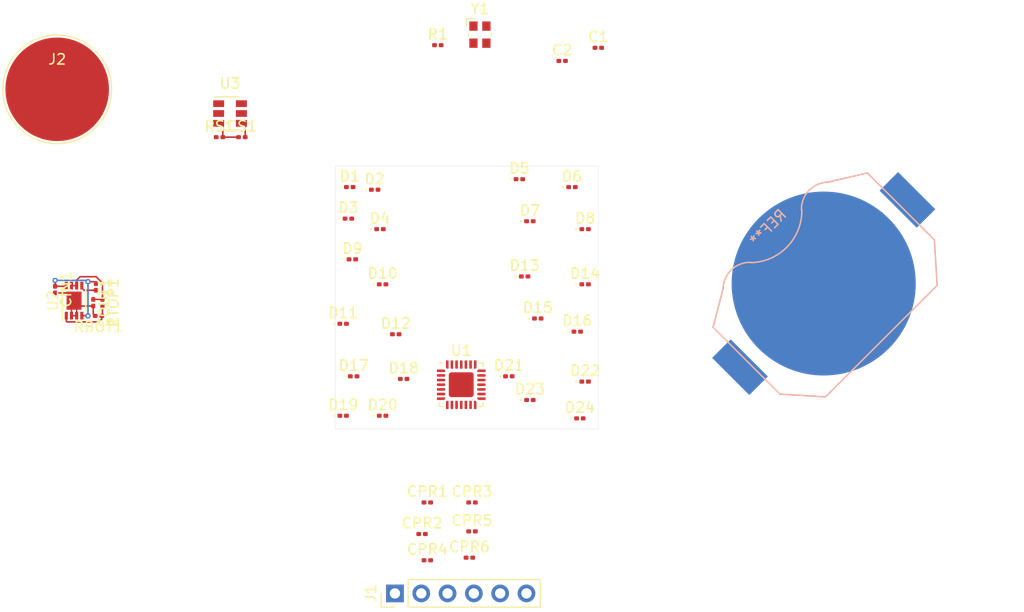
<source format=kicad_pcb>
(kicad_pcb (version 20171130) (host pcbnew 5.0.0)

  (general
    (thickness 0.16002)
    (drawings 9)
    (tracks 48)
    (zones 0)
    (modules 47)
    (nets 37)
  )

  (page A4)
  (layers
    (0 F.Cu signal)
    (31 B.Cu signal)
    (32 B.Adhes user)
    (33 F.Adhes user)
    (34 B.Paste user)
    (35 F.Paste user)
    (36 B.SilkS user)
    (37 F.SilkS user)
    (38 B.Mask user)
    (39 F.Mask user)
    (40 Dwgs.User user)
    (41 Cmts.User user)
    (42 Eco1.User user)
    (43 Eco2.User user)
    (44 Edge.Cuts user)
    (45 Margin user)
    (46 B.CrtYd user)
    (47 F.CrtYd user)
    (48 B.Fab user)
    (49 F.Fab user hide)
  )

  (setup
    (last_trace_width 0.1524)
    (trace_clearance 0.1524)
    (zone_clearance 0.508)
    (zone_45_only no)
    (trace_min 0.1524)
    (segment_width 0.2)
    (edge_width 0.2)
    (via_size 0.508)
    (via_drill 0.254)
    (via_min_size 0.508)
    (via_min_drill 0.254)
    (uvia_size 0.508)
    (uvia_drill 0.254)
    (uvias_allowed no)
    (uvia_min_size 0.2)
    (uvia_min_drill 0.1)
    (pcb_text_width 0.3)
    (pcb_text_size 1.5 1.5)
    (mod_edge_width 0.15)
    (mod_text_size 1 1)
    (mod_text_width 0.15)
    (pad_size 8 5.56)
    (pad_drill 0)
    (pad_to_mask_clearance 0.0508)
    (aux_axis_origin 0 0)
    (visible_elements FFFFFF7F)
    (pcbplotparams
      (layerselection 0x010fc_ffffffff)
      (usegerberextensions false)
      (usegerberattributes false)
      (usegerberadvancedattributes false)
      (creategerberjobfile false)
      (excludeedgelayer true)
      (linewidth 0.100000)
      (plotframeref false)
      (viasonmask false)
      (mode 1)
      (useauxorigin false)
      (hpglpennumber 1)
      (hpglpenspeed 20)
      (hpglpendiameter 15.000000)
      (psnegative false)
      (psa4output false)
      (plotreference true)
      (plotvalue true)
      (plotinvisibletext false)
      (padsonsilk false)
      (subtractmaskfromsilk false)
      (outputformat 1)
      (mirror false)
      (drillshape 1)
      (scaleselection 1)
      (outputdirectory ""))
  )

  (net 0 "")
  (net 1 "Net-(C1-Pad2)")
  (net 2 GND)
  (net 3 "Net-(C2-Pad1)")
  (net 4 "Net-(BT1-Pad1)")
  (net 5 +3V3)
  (net 6 "Net-(CS1-Pad1)")
  (net 7 "Net-(CS1-Pad2)")
  (net 8 "Net-(L1-Pad2)")
  (net 9 CP1)
  (net 10 CP2)
  (net 11 CP3)
  (net 12 CP4)
  (net 13 RESET)
  (net 14 CP5)
  (net 15 CP6)
  (net 16 "Net-(RBOT1-Pad1)")
  (net 17 "Net-(U1-Pad2)")
  (net 18 "Net-(U1-Pad9)")
  (net 19 CAPSENSE)
  (net 20 MISO)
  (net 21 SCK)
  (net 22 "Net-(U1-Pad19)")
  (net 23 "Net-(U1-Pad20)")
  (net 24 "Net-(U1-Pad21)")
  (net 25 "Net-(U1-Pad22)")
  (net 26 "Net-(U1-Pad23)")
  (net 27 "Net-(U1-Pad24)")
  (net 28 "Net-(U1-Pad26)")
  (net 29 "Net-(U1-Pad27)")
  (net 30 "Net-(U1-Pad28)")
  (net 31 "Net-(CPR1-Pad1)")
  (net 32 "Net-(CPR3-Pad1)")
  (net 33 "Net-(CPR4-Pad1)")
  (net 34 "Net-(CPR5-Pad1)")
  (net 35 "Net-(CPR6-Pad1)")
  (net 36 "Net-(J2-Pad1)")

  (net_class Default "This is the default net class."
    (clearance 0.1524)
    (trace_width 0.1524)
    (via_dia 0.508)
    (via_drill 0.254)
    (uvia_dia 0.508)
    (uvia_drill 0.254)
    (add_net +3V3)
    (add_net CAPSENSE)
    (add_net CP1)
    (add_net CP2)
    (add_net CP3)
    (add_net CP4)
    (add_net CP5)
    (add_net CP6)
    (add_net GND)
    (add_net MISO)
    (add_net "Net-(BT1-Pad1)")
    (add_net "Net-(C1-Pad2)")
    (add_net "Net-(C2-Pad1)")
    (add_net "Net-(CPR1-Pad1)")
    (add_net "Net-(CPR3-Pad1)")
    (add_net "Net-(CPR4-Pad1)")
    (add_net "Net-(CPR5-Pad1)")
    (add_net "Net-(CPR6-Pad1)")
    (add_net "Net-(CS1-Pad1)")
    (add_net "Net-(CS1-Pad2)")
    (add_net "Net-(J2-Pad1)")
    (add_net "Net-(L1-Pad2)")
    (add_net "Net-(RBOT1-Pad1)")
    (add_net "Net-(U1-Pad19)")
    (add_net "Net-(U1-Pad2)")
    (add_net "Net-(U1-Pad20)")
    (add_net "Net-(U1-Pad21)")
    (add_net "Net-(U1-Pad22)")
    (add_net "Net-(U1-Pad23)")
    (add_net "Net-(U1-Pad24)")
    (add_net "Net-(U1-Pad26)")
    (add_net "Net-(U1-Pad27)")
    (add_net "Net-(U1-Pad28)")
    (add_net "Net-(U1-Pad9)")
    (add_net RESET)
    (add_net SCK)
  )

  (module BattHolder:BatteryHolder_LINX_BAT-HLD-001-SMT (layer B.Cu) (tedit 5BA00016) (tstamp 5BF15EDC)
    (at 233.8578 132.0038 45)
    (tags battery)
    (path /5BB46A7C)
    (fp_text reference BT1 (at 0 -5.08 45) (layer B.SilkS) hide
      (effects (font (size 1.72974 1.08712) (thickness 0.27178)) (justify mirror))
    )
    (fp_text value CR2032 (at 0 2.54 45) (layer B.SilkS) hide
      (effects (font (size 1.524 1.016) (thickness 0.254)) (justify mirror))
    )
    (fp_text user REF** (at 0.0254 -7.62 45) (layer B.SilkS)
      (effects (font (size 1 1) (thickness 0.15)) (justify mirror))
    )
    (fp_text user BatteryHolder_LINX_BAT-HLD-001-SMT (at 0 11.4554 45) (layer B.Fab)
      (effects (font (size 1 1) (thickness 0.15)) (justify mirror))
    )
    (fp_line (start -7.1755 -6.5405) (end -10.541 -4.572) (layer B.SilkS) (width 0.15))
    (fp_line (start 7.1755 -6.6675) (end 10.541 -4.572) (layer B.SilkS) (width 0.15))
    (fp_arc (start -5.4229 -4.6355) (end -3.5179 -6.4135) (angle -90) (layer B.SilkS) (width 0.15))
    (fp_arc (start 5.4102 -4.7625) (end 7.1882 -6.6675) (angle -90) (layer B.SilkS) (width 0.15))
    (fp_arc (start -0.0635 -10.033) (end -3.556 -6.4135) (angle -90) (layer B.SilkS) (width 0.15))
    (fp_line (start 7.62 7.874) (end 10.541 4.572) (layer B.SilkS) (width 0.15))
    (fp_line (start -10.541 4.572) (end -7.62 7.874) (layer B.SilkS) (width 0.15))
    (fp_line (start -7.62 7.874) (end 7.62 7.874) (layer B.SilkS) (width 0.15))
    (fp_line (start -10.541 -4.572) (end -10.541 4.572) (layer B.SilkS) (width 0.15))
    (fp_line (start 10.541 -4.572) (end 10.541 4.572) (layer B.SilkS) (width 0.15))
    (fp_circle (center 0 0) (end -10.16 0) (layer Dwgs.User) (width 0.15))
    (pad 2 smd circle (at 0 0 45) (size 17.78 17.78) (layers B.Cu B.Paste B.Mask)
      (net 2 GND))
    (pad 1 smd rect (at -11.43 0 45) (size 2.54 5.08) (layers B.Cu B.Paste B.Mask)
      (net 4 "Net-(BT1-Pad1)"))
    (pad 1 smd rect (at 11.43 0 45) (size 2.54 5.08) (layers B.Cu B.Paste B.Mask)
      (net 4 "Net-(BT1-Pad1)"))
  )

  (module CapSense:CapSense_MaskedPad_D10.0mm (layer F.Cu) (tedit 5B9FE378) (tstamp 5BDB5FB8)
    (at 159.8422 113.2332)
    (descr "SMD pad as test Point, diameter 4.0mm")
    (tags "test point SMD pad")
    (path /5BA0484D)
    (attr virtual)
    (fp_text reference J2 (at 0 -2.898) (layer F.SilkS)
      (effects (font (size 1 1) (thickness 0.15)))
    )
    (fp_text value SENSE_ELECTRODE (at 0 6.6802) (layer F.Fab)
      (effects (font (size 1 1) (thickness 0.15)))
    )
    (fp_text user %R (at 0 -2.9) (layer F.Fab)
      (effects (font (size 1 1) (thickness 0.15)))
    )
    (fp_circle (center 0 0) (end 5.5 0) (layer F.CrtYd) (width 0.05))
    (fp_circle (center 0 0) (end 5.25 0) (layer F.SilkS) (width 0.12))
    (pad 1 smd circle (at 0 0) (size 10 10) (layers F.Cu)
      (net 36 "Net-(J2-Pad1)"))
  )

  (module Connector_PinHeader_2.54mm:PinHeader_1x06_P2.54mm_Vertical (layer F.Cu) (tedit 59FED5CC) (tstamp 5BBA5CFA)
    (at 192.4558 161.9504 90)
    (descr "Through hole straight pin header, 1x06, 2.54mm pitch, single row")
    (tags "Through hole pin header THT 1x06 2.54mm single row")
    (path /5BA062C9)
    (fp_text reference J1 (at 0 -2.33 90) (layer F.SilkS)
      (effects (font (size 1 1) (thickness 0.15)))
    )
    (fp_text value AVR-ISP-6 (at 0 15.03 90) (layer F.Fab)
      (effects (font (size 1 1) (thickness 0.15)))
    )
    (fp_line (start -0.635 -1.27) (end 1.27 -1.27) (layer F.Fab) (width 0.1))
    (fp_line (start 1.27 -1.27) (end 1.27 13.97) (layer F.Fab) (width 0.1))
    (fp_line (start 1.27 13.97) (end -1.27 13.97) (layer F.Fab) (width 0.1))
    (fp_line (start -1.27 13.97) (end -1.27 -0.635) (layer F.Fab) (width 0.1))
    (fp_line (start -1.27 -0.635) (end -0.635 -1.27) (layer F.Fab) (width 0.1))
    (fp_line (start -1.33 14.03) (end 1.33 14.03) (layer F.SilkS) (width 0.12))
    (fp_line (start -1.33 1.27) (end -1.33 14.03) (layer F.SilkS) (width 0.12))
    (fp_line (start 1.33 1.27) (end 1.33 14.03) (layer F.SilkS) (width 0.12))
    (fp_line (start -1.33 1.27) (end 1.33 1.27) (layer F.SilkS) (width 0.12))
    (fp_line (start -1.33 0) (end -1.33 -1.33) (layer F.SilkS) (width 0.12))
    (fp_line (start -1.33 -1.33) (end 0 -1.33) (layer F.SilkS) (width 0.12))
    (fp_line (start -1.8 -1.8) (end -1.8 14.5) (layer F.CrtYd) (width 0.05))
    (fp_line (start -1.8 14.5) (end 1.8 14.5) (layer F.CrtYd) (width 0.05))
    (fp_line (start 1.8 14.5) (end 1.8 -1.8) (layer F.CrtYd) (width 0.05))
    (fp_line (start 1.8 -1.8) (end -1.8 -1.8) (layer F.CrtYd) (width 0.05))
    (fp_text user %R (at 0 6.35 180) (layer F.Fab)
      (effects (font (size 1 1) (thickness 0.15)))
    )
    (pad 1 thru_hole rect (at 0 0 90) (size 1.7 1.7) (drill 1) (layers *.Cu *.Mask)
      (net 20 MISO))
    (pad 2 thru_hole oval (at 0 2.54 90) (size 1.7 1.7) (drill 1) (layers *.Cu *.Mask)
      (net 5 +3V3))
    (pad 3 thru_hole oval (at 0 5.08 90) (size 1.7 1.7) (drill 1) (layers *.Cu *.Mask)
      (net 21 SCK))
    (pad 4 thru_hole oval (at 0 7.62 90) (size 1.7 1.7) (drill 1) (layers *.Cu *.Mask)
      (net 15 CP6))
    (pad 5 thru_hole oval (at 0 10.16 90) (size 1.7 1.7) (drill 1) (layers *.Cu *.Mask)
      (net 13 RESET))
    (pad 6 thru_hole oval (at 0 12.7 90) (size 1.7 1.7) (drill 1) (layers *.Cu *.Mask)
      (net 2 GND))
    (model ${KISYS3DMOD}/Connector_PinHeader_2.54mm.3dshapes/PinHeader_1x06_P2.54mm_Vertical.wrl
      (at (xyz 0 0 0))
      (scale (xyz 1 1 1))
      (rotate (xyz 0 0 0))
    )
  )

  (module Resistor_SMD:R_0201_0603Metric (layer F.Cu) (tedit 5B301BBD) (tstamp 5BAEFAA1)
    (at 199.644 158.496)
    (descr "Resistor SMD 0201 (0603 Metric), square (rectangular) end terminal, IPC_7351 nominal, (Body size source: https://www.vishay.com/docs/20052/crcw0201e3.pdf), generated with kicad-footprint-generator")
    (tags resistor)
    (path /5BA300B7)
    (attr smd)
    (fp_text reference CPR6 (at 0 -1.05) (layer F.SilkS)
      (effects (font (size 1 1) (thickness 0.15)))
    )
    (fp_text value R (at 0 1.05) (layer F.Fab)
      (effects (font (size 1 1) (thickness 0.15)))
    )
    (fp_text user %R (at 0 -0.68) (layer F.Fab)
      (effects (font (size 0.25 0.25) (thickness 0.04)))
    )
    (fp_line (start 0.7 0.35) (end -0.7 0.35) (layer F.CrtYd) (width 0.05))
    (fp_line (start 0.7 -0.35) (end 0.7 0.35) (layer F.CrtYd) (width 0.05))
    (fp_line (start -0.7 -0.35) (end 0.7 -0.35) (layer F.CrtYd) (width 0.05))
    (fp_line (start -0.7 0.35) (end -0.7 -0.35) (layer F.CrtYd) (width 0.05))
    (fp_line (start 0.3 0.15) (end -0.3 0.15) (layer F.Fab) (width 0.1))
    (fp_line (start 0.3 -0.15) (end 0.3 0.15) (layer F.Fab) (width 0.1))
    (fp_line (start -0.3 -0.15) (end 0.3 -0.15) (layer F.Fab) (width 0.1))
    (fp_line (start -0.3 0.15) (end -0.3 -0.15) (layer F.Fab) (width 0.1))
    (pad 2 smd roundrect (at 0.32 0) (size 0.46 0.4) (layers F.Cu F.Mask) (roundrect_rratio 0.25)
      (net 15 CP6))
    (pad 1 smd roundrect (at -0.32 0) (size 0.46 0.4) (layers F.Cu F.Mask) (roundrect_rratio 0.25)
      (net 35 "Net-(CPR6-Pad1)"))
    (pad "" smd roundrect (at 0.345 0) (size 0.318 0.36) (layers F.Paste) (roundrect_rratio 0.25))
    (pad "" smd roundrect (at -0.345 0) (size 0.318 0.36) (layers F.Paste) (roundrect_rratio 0.25))
    (model ${KISYS3DMOD}/Resistor_SMD.3dshapes/R_0201_0603Metric.wrl
      (at (xyz 0 0 0))
      (scale (xyz 1 1 1))
      (rotate (xyz 0 0 0))
    )
  )

  (module Resistor_SMD:R_0201_0603Metric (layer F.Cu) (tedit 5B301BBD) (tstamp 5BAEFA90)
    (at 199.898 155.956)
    (descr "Resistor SMD 0201 (0603 Metric), square (rectangular) end terminal, IPC_7351 nominal, (Body size source: https://www.vishay.com/docs/20052/crcw0201e3.pdf), generated with kicad-footprint-generator")
    (tags resistor)
    (path /5BA300B1)
    (attr smd)
    (fp_text reference CPR5 (at 0 -1.05) (layer F.SilkS)
      (effects (font (size 1 1) (thickness 0.15)))
    )
    (fp_text value R (at 0 1.05) (layer F.Fab)
      (effects (font (size 1 1) (thickness 0.15)))
    )
    (fp_line (start -0.3 0.15) (end -0.3 -0.15) (layer F.Fab) (width 0.1))
    (fp_line (start -0.3 -0.15) (end 0.3 -0.15) (layer F.Fab) (width 0.1))
    (fp_line (start 0.3 -0.15) (end 0.3 0.15) (layer F.Fab) (width 0.1))
    (fp_line (start 0.3 0.15) (end -0.3 0.15) (layer F.Fab) (width 0.1))
    (fp_line (start -0.7 0.35) (end -0.7 -0.35) (layer F.CrtYd) (width 0.05))
    (fp_line (start -0.7 -0.35) (end 0.7 -0.35) (layer F.CrtYd) (width 0.05))
    (fp_line (start 0.7 -0.35) (end 0.7 0.35) (layer F.CrtYd) (width 0.05))
    (fp_line (start 0.7 0.35) (end -0.7 0.35) (layer F.CrtYd) (width 0.05))
    (fp_text user %R (at 0 -0.68) (layer F.Fab)
      (effects (font (size 0.25 0.25) (thickness 0.04)))
    )
    (pad "" smd roundrect (at -0.345 0) (size 0.318 0.36) (layers F.Paste) (roundrect_rratio 0.25))
    (pad "" smd roundrect (at 0.345 0) (size 0.318 0.36) (layers F.Paste) (roundrect_rratio 0.25))
    (pad 1 smd roundrect (at -0.32 0) (size 0.46 0.4) (layers F.Cu F.Mask) (roundrect_rratio 0.25)
      (net 34 "Net-(CPR5-Pad1)"))
    (pad 2 smd roundrect (at 0.32 0) (size 0.46 0.4) (layers F.Cu F.Mask) (roundrect_rratio 0.25)
      (net 14 CP5))
    (model ${KISYS3DMOD}/Resistor_SMD.3dshapes/R_0201_0603Metric.wrl
      (at (xyz 0 0 0))
      (scale (xyz 1 1 1))
      (rotate (xyz 0 0 0))
    )
  )

  (module Resistor_SMD:R_0201_0603Metric (layer F.Cu) (tedit 5B301BBD) (tstamp 5BAEFA7F)
    (at 195.58 158.75)
    (descr "Resistor SMD 0201 (0603 Metric), square (rectangular) end terminal, IPC_7351 nominal, (Body size source: https://www.vishay.com/docs/20052/crcw0201e3.pdf), generated with kicad-footprint-generator")
    (tags resistor)
    (path /5BA300AB)
    (attr smd)
    (fp_text reference CPR4 (at 0 -1.05) (layer F.SilkS)
      (effects (font (size 1 1) (thickness 0.15)))
    )
    (fp_text value R (at 0 1.05) (layer F.Fab)
      (effects (font (size 1 1) (thickness 0.15)))
    )
    (fp_text user %R (at 0 -0.68) (layer F.Fab)
      (effects (font (size 0.25 0.25) (thickness 0.04)))
    )
    (fp_line (start 0.7 0.35) (end -0.7 0.35) (layer F.CrtYd) (width 0.05))
    (fp_line (start 0.7 -0.35) (end 0.7 0.35) (layer F.CrtYd) (width 0.05))
    (fp_line (start -0.7 -0.35) (end 0.7 -0.35) (layer F.CrtYd) (width 0.05))
    (fp_line (start -0.7 0.35) (end -0.7 -0.35) (layer F.CrtYd) (width 0.05))
    (fp_line (start 0.3 0.15) (end -0.3 0.15) (layer F.Fab) (width 0.1))
    (fp_line (start 0.3 -0.15) (end 0.3 0.15) (layer F.Fab) (width 0.1))
    (fp_line (start -0.3 -0.15) (end 0.3 -0.15) (layer F.Fab) (width 0.1))
    (fp_line (start -0.3 0.15) (end -0.3 -0.15) (layer F.Fab) (width 0.1))
    (pad 2 smd roundrect (at 0.32 0) (size 0.46 0.4) (layers F.Cu F.Mask) (roundrect_rratio 0.25)
      (net 12 CP4))
    (pad 1 smd roundrect (at -0.32 0) (size 0.46 0.4) (layers F.Cu F.Mask) (roundrect_rratio 0.25)
      (net 33 "Net-(CPR4-Pad1)"))
    (pad "" smd roundrect (at 0.345 0) (size 0.318 0.36) (layers F.Paste) (roundrect_rratio 0.25))
    (pad "" smd roundrect (at -0.345 0) (size 0.318 0.36) (layers F.Paste) (roundrect_rratio 0.25))
    (model ${KISYS3DMOD}/Resistor_SMD.3dshapes/R_0201_0603Metric.wrl
      (at (xyz 0 0 0))
      (scale (xyz 1 1 1))
      (rotate (xyz 0 0 0))
    )
  )

  (module Resistor_SMD:R_0201_0603Metric (layer F.Cu) (tedit 5B301BBD) (tstamp 5BAEFA6E)
    (at 199.898 153.162)
    (descr "Resistor SMD 0201 (0603 Metric), square (rectangular) end terminal, IPC_7351 nominal, (Body size source: https://www.vishay.com/docs/20052/crcw0201e3.pdf), generated with kicad-footprint-generator")
    (tags resistor)
    (path /5BA300A5)
    (attr smd)
    (fp_text reference CPR3 (at 0 -1.05) (layer F.SilkS)
      (effects (font (size 1 1) (thickness 0.15)))
    )
    (fp_text value R (at 0 1.05) (layer F.Fab)
      (effects (font (size 1 1) (thickness 0.15)))
    )
    (fp_line (start -0.3 0.15) (end -0.3 -0.15) (layer F.Fab) (width 0.1))
    (fp_line (start -0.3 -0.15) (end 0.3 -0.15) (layer F.Fab) (width 0.1))
    (fp_line (start 0.3 -0.15) (end 0.3 0.15) (layer F.Fab) (width 0.1))
    (fp_line (start 0.3 0.15) (end -0.3 0.15) (layer F.Fab) (width 0.1))
    (fp_line (start -0.7 0.35) (end -0.7 -0.35) (layer F.CrtYd) (width 0.05))
    (fp_line (start -0.7 -0.35) (end 0.7 -0.35) (layer F.CrtYd) (width 0.05))
    (fp_line (start 0.7 -0.35) (end 0.7 0.35) (layer F.CrtYd) (width 0.05))
    (fp_line (start 0.7 0.35) (end -0.7 0.35) (layer F.CrtYd) (width 0.05))
    (fp_text user %R (at 0 -0.68) (layer F.Fab)
      (effects (font (size 0.25 0.25) (thickness 0.04)))
    )
    (pad "" smd roundrect (at -0.345 0) (size 0.318 0.36) (layers F.Paste) (roundrect_rratio 0.25))
    (pad "" smd roundrect (at 0.345 0) (size 0.318 0.36) (layers F.Paste) (roundrect_rratio 0.25))
    (pad 1 smd roundrect (at -0.32 0) (size 0.46 0.4) (layers F.Cu F.Mask) (roundrect_rratio 0.25)
      (net 32 "Net-(CPR3-Pad1)"))
    (pad 2 smd roundrect (at 0.32 0) (size 0.46 0.4) (layers F.Cu F.Mask) (roundrect_rratio 0.25)
      (net 11 CP3))
    (model ${KISYS3DMOD}/Resistor_SMD.3dshapes/R_0201_0603Metric.wrl
      (at (xyz 0 0 0))
      (scale (xyz 1 1 1))
      (rotate (xyz 0 0 0))
    )
  )

  (module Resistor_SMD:R_0201_0603Metric (layer F.Cu) (tedit 5B301BBD) (tstamp 5BAEFA5D)
    (at 195.072 156.21)
    (descr "Resistor SMD 0201 (0603 Metric), square (rectangular) end terminal, IPC_7351 nominal, (Body size source: https://www.vishay.com/docs/20052/crcw0201e3.pdf), generated with kicad-footprint-generator")
    (tags resistor)
    (path /5BA3009F)
    (attr smd)
    (fp_text reference CPR2 (at 0 -1.05) (layer F.SilkS)
      (effects (font (size 1 1) (thickness 0.15)))
    )
    (fp_text value R (at 0 1.05) (layer F.Fab)
      (effects (font (size 1 1) (thickness 0.15)))
    )
    (fp_text user %R (at 0 -0.68) (layer F.Fab)
      (effects (font (size 0.25 0.25) (thickness 0.04)))
    )
    (fp_line (start 0.7 0.35) (end -0.7 0.35) (layer F.CrtYd) (width 0.05))
    (fp_line (start 0.7 -0.35) (end 0.7 0.35) (layer F.CrtYd) (width 0.05))
    (fp_line (start -0.7 -0.35) (end 0.7 -0.35) (layer F.CrtYd) (width 0.05))
    (fp_line (start -0.7 0.35) (end -0.7 -0.35) (layer F.CrtYd) (width 0.05))
    (fp_line (start 0.3 0.15) (end -0.3 0.15) (layer F.Fab) (width 0.1))
    (fp_line (start 0.3 -0.15) (end 0.3 0.15) (layer F.Fab) (width 0.1))
    (fp_line (start -0.3 -0.15) (end 0.3 -0.15) (layer F.Fab) (width 0.1))
    (fp_line (start -0.3 0.15) (end -0.3 -0.15) (layer F.Fab) (width 0.1))
    (pad 2 smd roundrect (at 0.32 0) (size 0.46 0.4) (layers F.Cu F.Mask) (roundrect_rratio 0.25)
      (net 10 CP2))
    (pad 1 smd roundrect (at -0.32 0) (size 0.46 0.4) (layers F.Cu F.Mask) (roundrect_rratio 0.25)
      (net 31 "Net-(CPR1-Pad1)"))
    (pad "" smd roundrect (at 0.345 0) (size 0.318 0.36) (layers F.Paste) (roundrect_rratio 0.25))
    (pad "" smd roundrect (at -0.345 0) (size 0.318 0.36) (layers F.Paste) (roundrect_rratio 0.25))
    (model ${KISYS3DMOD}/Resistor_SMD.3dshapes/R_0201_0603Metric.wrl
      (at (xyz 0 0 0))
      (scale (xyz 1 1 1))
      (rotate (xyz 0 0 0))
    )
  )

  (module Resistor_SMD:R_0201_0603Metric (layer F.Cu) (tedit 5B301BBD) (tstamp 5BAEFA4C)
    (at 195.58 153.162)
    (descr "Resistor SMD 0201 (0603 Metric), square (rectangular) end terminal, IPC_7351 nominal, (Body size source: https://www.vishay.com/docs/20052/crcw0201e3.pdf), generated with kicad-footprint-generator")
    (tags resistor)
    (path /5BA30099)
    (attr smd)
    (fp_text reference CPR1 (at 0 -1.05) (layer F.SilkS)
      (effects (font (size 1 1) (thickness 0.15)))
    )
    (fp_text value R (at 0 1.05) (layer F.Fab)
      (effects (font (size 1 1) (thickness 0.15)))
    )
    (fp_line (start -0.3 0.15) (end -0.3 -0.15) (layer F.Fab) (width 0.1))
    (fp_line (start -0.3 -0.15) (end 0.3 -0.15) (layer F.Fab) (width 0.1))
    (fp_line (start 0.3 -0.15) (end 0.3 0.15) (layer F.Fab) (width 0.1))
    (fp_line (start 0.3 0.15) (end -0.3 0.15) (layer F.Fab) (width 0.1))
    (fp_line (start -0.7 0.35) (end -0.7 -0.35) (layer F.CrtYd) (width 0.05))
    (fp_line (start -0.7 -0.35) (end 0.7 -0.35) (layer F.CrtYd) (width 0.05))
    (fp_line (start 0.7 -0.35) (end 0.7 0.35) (layer F.CrtYd) (width 0.05))
    (fp_line (start 0.7 0.35) (end -0.7 0.35) (layer F.CrtYd) (width 0.05))
    (fp_text user %R (at 0 -0.68) (layer F.Fab)
      (effects (font (size 0.25 0.25) (thickness 0.04)))
    )
    (pad "" smd roundrect (at -0.345 0) (size 0.318 0.36) (layers F.Paste) (roundrect_rratio 0.25))
    (pad "" smd roundrect (at 0.345 0) (size 0.318 0.36) (layers F.Paste) (roundrect_rratio 0.25))
    (pad 1 smd roundrect (at -0.32 0) (size 0.46 0.4) (layers F.Cu F.Mask) (roundrect_rratio 0.25)
      (net 31 "Net-(CPR1-Pad1)"))
    (pad 2 smd roundrect (at 0.32 0) (size 0.46 0.4) (layers F.Cu F.Mask) (roundrect_rratio 0.25)
      (net 9 CP1))
    (model ${KISYS3DMOD}/Resistor_SMD.3dshapes/R_0201_0603Metric.wrl
      (at (xyz 0 0 0))
      (scale (xyz 1 1 1))
      (rotate (xyz 0 0 0))
    )
  )

  (module Capacitor_SMD:C_0201_0603Metric (layer F.Cu) (tedit 5B301BBE) (tstamp 5BAA507D)
    (at 212.09 109.22)
    (descr "Capacitor SMD 0201 (0603 Metric), square (rectangular) end terminal, IPC_7351 nominal, (Body size source: https://www.vishay.com/docs/20052/crcw0201e3.pdf), generated with kicad-footprint-generator")
    (tags capacitor)
    (path /5BB1D762)
    (attr smd)
    (fp_text reference C1 (at 0 -1.05) (layer F.SilkS)
      (effects (font (size 1 1) (thickness 0.15)))
    )
    (fp_text value C (at 0 1.05) (layer F.Fab)
      (effects (font (size 1 1) (thickness 0.15)))
    )
    (fp_text user %R (at 0 -0.68) (layer F.Fab)
      (effects (font (size 0.25 0.25) (thickness 0.04)))
    )
    (fp_line (start 0.7 0.35) (end -0.7 0.35) (layer F.CrtYd) (width 0.05))
    (fp_line (start 0.7 -0.35) (end 0.7 0.35) (layer F.CrtYd) (width 0.05))
    (fp_line (start -0.7 -0.35) (end 0.7 -0.35) (layer F.CrtYd) (width 0.05))
    (fp_line (start -0.7 0.35) (end -0.7 -0.35) (layer F.CrtYd) (width 0.05))
    (fp_line (start 0.3 0.15) (end -0.3 0.15) (layer F.Fab) (width 0.1))
    (fp_line (start 0.3 -0.15) (end 0.3 0.15) (layer F.Fab) (width 0.1))
    (fp_line (start -0.3 -0.15) (end 0.3 -0.15) (layer F.Fab) (width 0.1))
    (fp_line (start -0.3 0.15) (end -0.3 -0.15) (layer F.Fab) (width 0.1))
    (pad 2 smd roundrect (at 0.32 0) (size 0.46 0.4) (layers F.Cu F.Mask) (roundrect_rratio 0.25)
      (net 1 "Net-(C1-Pad2)"))
    (pad 1 smd roundrect (at -0.32 0) (size 0.46 0.4) (layers F.Cu F.Mask) (roundrect_rratio 0.25)
      (net 2 GND))
    (pad "" smd roundrect (at 0.345 0) (size 0.318 0.36) (layers F.Paste) (roundrect_rratio 0.25))
    (pad "" smd roundrect (at -0.345 0) (size 0.318 0.36) (layers F.Paste) (roundrect_rratio 0.25))
    (model ${KISYS3DMOD}/Capacitor_SMD.3dshapes/C_0201_0603Metric.wrl
      (at (xyz 0 0 0))
      (scale (xyz 1 1 1))
      (rotate (xyz 0 0 0))
    )
  )

  (module Capacitor_SMD:C_0201_0603Metric (layer F.Cu) (tedit 5B301BBE) (tstamp 5BAA508E)
    (at 208.6 110.49)
    (descr "Capacitor SMD 0201 (0603 Metric), square (rectangular) end terminal, IPC_7351 nominal, (Body size source: https://www.vishay.com/docs/20052/crcw0201e3.pdf), generated with kicad-footprint-generator")
    (tags capacitor)
    (path /5BB1D8E0)
    (attr smd)
    (fp_text reference C2 (at 0 -1.05) (layer F.SilkS)
      (effects (font (size 1 1) (thickness 0.15)))
    )
    (fp_text value C (at 0 1.05) (layer F.Fab)
      (effects (font (size 1 1) (thickness 0.15)))
    )
    (fp_line (start -0.3 0.15) (end -0.3 -0.15) (layer F.Fab) (width 0.1))
    (fp_line (start -0.3 -0.15) (end 0.3 -0.15) (layer F.Fab) (width 0.1))
    (fp_line (start 0.3 -0.15) (end 0.3 0.15) (layer F.Fab) (width 0.1))
    (fp_line (start 0.3 0.15) (end -0.3 0.15) (layer F.Fab) (width 0.1))
    (fp_line (start -0.7 0.35) (end -0.7 -0.35) (layer F.CrtYd) (width 0.05))
    (fp_line (start -0.7 -0.35) (end 0.7 -0.35) (layer F.CrtYd) (width 0.05))
    (fp_line (start 0.7 -0.35) (end 0.7 0.35) (layer F.CrtYd) (width 0.05))
    (fp_line (start 0.7 0.35) (end -0.7 0.35) (layer F.CrtYd) (width 0.05))
    (fp_text user %R (at 0 -0.68) (layer F.Fab)
      (effects (font (size 0.25 0.25) (thickness 0.04)))
    )
    (pad "" smd roundrect (at -0.345 0) (size 0.318 0.36) (layers F.Paste) (roundrect_rratio 0.25))
    (pad "" smd roundrect (at 0.345 0) (size 0.318 0.36) (layers F.Paste) (roundrect_rratio 0.25))
    (pad 1 smd roundrect (at -0.32 0) (size 0.46 0.4) (layers F.Cu F.Mask) (roundrect_rratio 0.25)
      (net 3 "Net-(C2-Pad1)"))
    (pad 2 smd roundrect (at 0.32 0) (size 0.46 0.4) (layers F.Cu F.Mask) (roundrect_rratio 0.25)
      (net 2 GND))
    (model ${KISYS3DMOD}/Capacitor_SMD.3dshapes/C_0201_0603Metric.wrl
      (at (xyz 0 0 0))
      (scale (xyz 1 1 1))
      (rotate (xyz 0 0 0))
    )
  )

  (module Capacitor_SMD:C_0201_0603Metric (layer F.Cu) (tedit 5B301BBE) (tstamp 5BAA509F)
    (at 159.639 132.588 270)
    (descr "Capacitor SMD 0201 (0603 Metric), square (rectangular) end terminal, IPC_7351 nominal, (Body size source: https://www.vishay.com/docs/20052/crcw0201e3.pdf), generated with kicad-footprint-generator")
    (tags capacitor)
    (path /5BB41229)
    (attr smd)
    (fp_text reference CIN1 (at 0 -1.05 270) (layer F.SilkS)
      (effects (font (size 1 1) (thickness 0.15)))
    )
    (fp_text value 4.7uF (at 0 1.05 270) (layer F.Fab)
      (effects (font (size 1 1) (thickness 0.15)))
    )
    (fp_text user %R (at 0 -0.68 270) (layer F.Fab)
      (effects (font (size 0.25 0.25) (thickness 0.04)))
    )
    (fp_line (start 0.7 0.35) (end -0.7 0.35) (layer F.CrtYd) (width 0.05))
    (fp_line (start 0.7 -0.35) (end 0.7 0.35) (layer F.CrtYd) (width 0.05))
    (fp_line (start -0.7 -0.35) (end 0.7 -0.35) (layer F.CrtYd) (width 0.05))
    (fp_line (start -0.7 0.35) (end -0.7 -0.35) (layer F.CrtYd) (width 0.05))
    (fp_line (start 0.3 0.15) (end -0.3 0.15) (layer F.Fab) (width 0.1))
    (fp_line (start 0.3 -0.15) (end 0.3 0.15) (layer F.Fab) (width 0.1))
    (fp_line (start -0.3 -0.15) (end 0.3 -0.15) (layer F.Fab) (width 0.1))
    (fp_line (start -0.3 0.15) (end -0.3 -0.15) (layer F.Fab) (width 0.1))
    (pad 2 smd roundrect (at 0.32 0 270) (size 0.46 0.4) (layers F.Cu F.Mask) (roundrect_rratio 0.25)
      (net 2 GND))
    (pad 1 smd roundrect (at -0.32 0 270) (size 0.46 0.4) (layers F.Cu F.Mask) (roundrect_rratio 0.25)
      (net 4 "Net-(BT1-Pad1)"))
    (pad "" smd roundrect (at 0.345 0 270) (size 0.318 0.36) (layers F.Paste) (roundrect_rratio 0.25))
    (pad "" smd roundrect (at -0.345 0 270) (size 0.318 0.36) (layers F.Paste) (roundrect_rratio 0.25))
    (model ${KISYS3DMOD}/Capacitor_SMD.3dshapes/C_0201_0603Metric.wrl
      (at (xyz 0 0 0))
      (scale (xyz 1 1 1))
      (rotate (xyz 0 0 0))
    )
  )

  (module Capacitor_SMD:C_0201_0603Metric (layer F.Cu) (tedit 5B301BBE) (tstamp 5BAA50B0)
    (at 163.322 133.858 270)
    (descr "Capacitor SMD 0201 (0603 Metric), square (rectangular) end terminal, IPC_7351 nominal, (Body size source: https://www.vishay.com/docs/20052/crcw0201e3.pdf), generated with kicad-footprint-generator")
    (tags capacitor)
    (path /5BB6C695)
    (attr smd)
    (fp_text reference COUT1 (at 0 -1.05 270) (layer F.SilkS)
      (effects (font (size 1 1) (thickness 0.15)))
    )
    (fp_text value 10uF (at 0 1.05 270) (layer F.Fab)
      (effects (font (size 1 1) (thickness 0.15)))
    )
    (fp_text user %R (at 0 -0.68 270) (layer F.Fab)
      (effects (font (size 0.25 0.25) (thickness 0.04)))
    )
    (fp_line (start 0.7 0.35) (end -0.7 0.35) (layer F.CrtYd) (width 0.05))
    (fp_line (start 0.7 -0.35) (end 0.7 0.35) (layer F.CrtYd) (width 0.05))
    (fp_line (start -0.7 -0.35) (end 0.7 -0.35) (layer F.CrtYd) (width 0.05))
    (fp_line (start -0.7 0.35) (end -0.7 -0.35) (layer F.CrtYd) (width 0.05))
    (fp_line (start 0.3 0.15) (end -0.3 0.15) (layer F.Fab) (width 0.1))
    (fp_line (start 0.3 -0.15) (end 0.3 0.15) (layer F.Fab) (width 0.1))
    (fp_line (start -0.3 -0.15) (end 0.3 -0.15) (layer F.Fab) (width 0.1))
    (fp_line (start -0.3 0.15) (end -0.3 -0.15) (layer F.Fab) (width 0.1))
    (pad 2 smd roundrect (at 0.32 0 270) (size 0.46 0.4) (layers F.Cu F.Mask) (roundrect_rratio 0.25)
      (net 2 GND))
    (pad 1 smd roundrect (at -0.32 0 270) (size 0.46 0.4) (layers F.Cu F.Mask) (roundrect_rratio 0.25)
      (net 5 +3V3))
    (pad "" smd roundrect (at 0.345 0 270) (size 0.318 0.36) (layers F.Paste) (roundrect_rratio 0.25))
    (pad "" smd roundrect (at -0.345 0 270) (size 0.318 0.36) (layers F.Paste) (roundrect_rratio 0.25))
    (model ${KISYS3DMOD}/Capacitor_SMD.3dshapes/C_0201_0603Metric.wrl
      (at (xyz 0 0 0))
      (scale (xyz 1 1 1))
      (rotate (xyz 0 0 0))
    )
  )

  (module Capacitor_SMD:C_0201_0603Metric (layer F.Cu) (tedit 5B301BBE) (tstamp 5BAA50C1)
    (at 177.673 117.856)
    (descr "Capacitor SMD 0201 (0603 Metric), square (rectangular) end terminal, IPC_7351 nominal, (Body size source: https://www.vishay.com/docs/20052/crcw0201e3.pdf), generated with kicad-footprint-generator")
    (tags capacitor)
    (path /5BAB9A9B)
    (attr smd)
    (fp_text reference CS1 (at 0 -1.05) (layer F.SilkS)
      (effects (font (size 1 1) (thickness 0.15)))
    )
    (fp_text value 22nF (at 0 1.05) (layer F.Fab)
      (effects (font (size 1 1) (thickness 0.15)))
    )
    (fp_line (start -0.3 0.15) (end -0.3 -0.15) (layer F.Fab) (width 0.1))
    (fp_line (start -0.3 -0.15) (end 0.3 -0.15) (layer F.Fab) (width 0.1))
    (fp_line (start 0.3 -0.15) (end 0.3 0.15) (layer F.Fab) (width 0.1))
    (fp_line (start 0.3 0.15) (end -0.3 0.15) (layer F.Fab) (width 0.1))
    (fp_line (start -0.7 0.35) (end -0.7 -0.35) (layer F.CrtYd) (width 0.05))
    (fp_line (start -0.7 -0.35) (end 0.7 -0.35) (layer F.CrtYd) (width 0.05))
    (fp_line (start 0.7 -0.35) (end 0.7 0.35) (layer F.CrtYd) (width 0.05))
    (fp_line (start 0.7 0.35) (end -0.7 0.35) (layer F.CrtYd) (width 0.05))
    (fp_text user %R (at 0 -0.68) (layer F.Fab)
      (effects (font (size 0.25 0.25) (thickness 0.04)))
    )
    (pad "" smd roundrect (at -0.345 0) (size 0.318 0.36) (layers F.Paste) (roundrect_rratio 0.25))
    (pad "" smd roundrect (at 0.345 0) (size 0.318 0.36) (layers F.Paste) (roundrect_rratio 0.25))
    (pad 1 smd roundrect (at -0.32 0) (size 0.46 0.4) (layers F.Cu F.Mask) (roundrect_rratio 0.25)
      (net 6 "Net-(CS1-Pad1)"))
    (pad 2 smd roundrect (at 0.32 0) (size 0.46 0.4) (layers F.Cu F.Mask) (roundrect_rratio 0.25)
      (net 7 "Net-(CS1-Pad2)"))
    (model ${KISYS3DMOD}/Capacitor_SMD.3dshapes/C_0201_0603Metric.wrl
      (at (xyz 0 0 0))
      (scale (xyz 1 1 1))
      (rotate (xyz 0 0 0))
    )
  )

  (module LED_SMD:LED_0201_0603Metric (layer F.Cu) (tedit 5B301BBE) (tstamp 5BAA50E6)
    (at 188.087 122.682)
    (descr "LED SMD 0201 (0603 Metric), square (rectangular) end terminal, IPC_7351 nominal, (Body size source: https://www.vishay.com/docs/20052/crcw0201e3.pdf), generated with kicad-footprint-generator")
    (tags LED)
    (path /5BA30009)
    (attr smd)
    (fp_text reference D1 (at 0 -1.05) (layer F.SilkS)
      (effects (font (size 1 1) (thickness 0.15)))
    )
    (fp_text value LED (at 0 1.05) (layer F.Fab)
      (effects (font (size 1 1) (thickness 0.15)))
    )
    (fp_circle (center -0.86 0) (end -0.81 0) (layer F.SilkS) (width 0.1))
    (fp_line (start -0.3 0.15) (end -0.3 -0.15) (layer F.Fab) (width 0.1))
    (fp_line (start -0.3 -0.15) (end 0.3 -0.15) (layer F.Fab) (width 0.1))
    (fp_line (start 0.3 -0.15) (end 0.3 0.15) (layer F.Fab) (width 0.1))
    (fp_line (start 0.3 0.15) (end -0.3 0.15) (layer F.Fab) (width 0.1))
    (fp_line (start -0.2 0.15) (end -0.2 -0.15) (layer F.Fab) (width 0.1))
    (fp_line (start -0.1 0.15) (end -0.1 -0.15) (layer F.Fab) (width 0.1))
    (fp_line (start -0.7 0.35) (end -0.7 -0.35) (layer F.CrtYd) (width 0.05))
    (fp_line (start -0.7 -0.35) (end 0.7 -0.35) (layer F.CrtYd) (width 0.05))
    (fp_line (start 0.7 -0.35) (end 0.7 0.35) (layer F.CrtYd) (width 0.05))
    (fp_line (start 0.7 0.35) (end -0.7 0.35) (layer F.CrtYd) (width 0.05))
    (fp_text user %R (at 0 -0.68) (layer F.Fab)
      (effects (font (size 0.25 0.25) (thickness 0.04)))
    )
    (pad "" smd roundrect (at -0.345 0) (size 0.318 0.36) (layers F.Paste) (roundrect_rratio 0.25))
    (pad "" smd roundrect (at 0.345 0) (size 0.318 0.36) (layers F.Paste) (roundrect_rratio 0.25))
    (pad 1 smd roundrect (at -0.32 0) (size 0.46 0.4) (layers F.Cu F.Mask) (roundrect_rratio 0.25)
      (net 35 "Net-(CPR6-Pad1)"))
    (pad 2 smd roundrect (at 0.32 0) (size 0.46 0.4) (layers F.Cu F.Mask) (roundrect_rratio 0.25)
      (net 31 "Net-(CPR1-Pad1)"))
    (model ${KISYS3DMOD}/LED_SMD.3dshapes/LED_0201_0603Metric.wrl
      (at (xyz 0 0 0))
      (scale (xyz 1 1 1))
      (rotate (xyz 0 0 0))
    )
  )

  (module LED_SMD:LED_0201_0603Metric (layer F.Cu) (tedit 5B301BBE) (tstamp 5BAA50FA)
    (at 190.5 122.936)
    (descr "LED SMD 0201 (0603 Metric), square (rectangular) end terminal, IPC_7351 nominal, (Body size source: https://www.vishay.com/docs/20052/crcw0201e3.pdf), generated with kicad-footprint-generator")
    (tags LED)
    (path /5BA3002D)
    (attr smd)
    (fp_text reference D2 (at 0 -1.05) (layer F.SilkS)
      (effects (font (size 1 1) (thickness 0.15)))
    )
    (fp_text value LED (at 0 1.05) (layer F.Fab)
      (effects (font (size 1 1) (thickness 0.15)))
    )
    (fp_circle (center -0.86 0) (end -0.81 0) (layer F.SilkS) (width 0.1))
    (fp_line (start -0.3 0.15) (end -0.3 -0.15) (layer F.Fab) (width 0.1))
    (fp_line (start -0.3 -0.15) (end 0.3 -0.15) (layer F.Fab) (width 0.1))
    (fp_line (start 0.3 -0.15) (end 0.3 0.15) (layer F.Fab) (width 0.1))
    (fp_line (start 0.3 0.15) (end -0.3 0.15) (layer F.Fab) (width 0.1))
    (fp_line (start -0.2 0.15) (end -0.2 -0.15) (layer F.Fab) (width 0.1))
    (fp_line (start -0.1 0.15) (end -0.1 -0.15) (layer F.Fab) (width 0.1))
    (fp_line (start -0.7 0.35) (end -0.7 -0.35) (layer F.CrtYd) (width 0.05))
    (fp_line (start -0.7 -0.35) (end 0.7 -0.35) (layer F.CrtYd) (width 0.05))
    (fp_line (start 0.7 -0.35) (end 0.7 0.35) (layer F.CrtYd) (width 0.05))
    (fp_line (start 0.7 0.35) (end -0.7 0.35) (layer F.CrtYd) (width 0.05))
    (fp_text user %R (at 0 -0.68) (layer F.Fab)
      (effects (font (size 0.25 0.25) (thickness 0.04)))
    )
    (pad "" smd roundrect (at -0.345 0) (size 0.318 0.36) (layers F.Paste) (roundrect_rratio 0.25))
    (pad "" smd roundrect (at 0.345 0) (size 0.318 0.36) (layers F.Paste) (roundrect_rratio 0.25))
    (pad 1 smd roundrect (at -0.32 0) (size 0.46 0.4) (layers F.Cu F.Mask) (roundrect_rratio 0.25)
      (net 34 "Net-(CPR5-Pad1)"))
    (pad 2 smd roundrect (at 0.32 0) (size 0.46 0.4) (layers F.Cu F.Mask) (roundrect_rratio 0.25)
      (net 31 "Net-(CPR1-Pad1)"))
    (model ${KISYS3DMOD}/LED_SMD.3dshapes/LED_0201_0603Metric.wrl
      (at (xyz 0 0 0))
      (scale (xyz 1 1 1))
      (rotate (xyz 0 0 0))
    )
  )

  (module LED_SMD:LED_0201_0603Metric (layer F.Cu) (tedit 5B301BBE) (tstamp 5BAA510E)
    (at 187.96 125.73)
    (descr "LED SMD 0201 (0603 Metric), square (rectangular) end terminal, IPC_7351 nominal, (Body size source: https://www.vishay.com/docs/20052/crcw0201e3.pdf), generated with kicad-footprint-generator")
    (tags LED)
    (path /5BA30033)
    (attr smd)
    (fp_text reference D3 (at 0 -1.05) (layer F.SilkS)
      (effects (font (size 1 1) (thickness 0.15)))
    )
    (fp_text value LED (at 0 1.05) (layer F.Fab)
      (effects (font (size 1 1) (thickness 0.15)))
    )
    (fp_text user %R (at 0 -0.68) (layer F.Fab)
      (effects (font (size 0.25 0.25) (thickness 0.04)))
    )
    (fp_line (start 0.7 0.35) (end -0.7 0.35) (layer F.CrtYd) (width 0.05))
    (fp_line (start 0.7 -0.35) (end 0.7 0.35) (layer F.CrtYd) (width 0.05))
    (fp_line (start -0.7 -0.35) (end 0.7 -0.35) (layer F.CrtYd) (width 0.05))
    (fp_line (start -0.7 0.35) (end -0.7 -0.35) (layer F.CrtYd) (width 0.05))
    (fp_line (start -0.1 0.15) (end -0.1 -0.15) (layer F.Fab) (width 0.1))
    (fp_line (start -0.2 0.15) (end -0.2 -0.15) (layer F.Fab) (width 0.1))
    (fp_line (start 0.3 0.15) (end -0.3 0.15) (layer F.Fab) (width 0.1))
    (fp_line (start 0.3 -0.15) (end 0.3 0.15) (layer F.Fab) (width 0.1))
    (fp_line (start -0.3 -0.15) (end 0.3 -0.15) (layer F.Fab) (width 0.1))
    (fp_line (start -0.3 0.15) (end -0.3 -0.15) (layer F.Fab) (width 0.1))
    (fp_circle (center -0.86 0) (end -0.81 0) (layer F.SilkS) (width 0.1))
    (pad 2 smd roundrect (at 0.32 0) (size 0.46 0.4) (layers F.Cu F.Mask) (roundrect_rratio 0.25)
      (net 31 "Net-(CPR1-Pad1)"))
    (pad 1 smd roundrect (at -0.32 0) (size 0.46 0.4) (layers F.Cu F.Mask) (roundrect_rratio 0.25)
      (net 33 "Net-(CPR4-Pad1)"))
    (pad "" smd roundrect (at 0.345 0) (size 0.318 0.36) (layers F.Paste) (roundrect_rratio 0.25))
    (pad "" smd roundrect (at -0.345 0) (size 0.318 0.36) (layers F.Paste) (roundrect_rratio 0.25))
    (model ${KISYS3DMOD}/LED_SMD.3dshapes/LED_0201_0603Metric.wrl
      (at (xyz 0 0 0))
      (scale (xyz 1 1 1))
      (rotate (xyz 0 0 0))
    )
  )

  (module LED_SMD:LED_0201_0603Metric (layer F.Cu) (tedit 5B301BBE) (tstamp 5BAA5122)
    (at 191.008 126.746)
    (descr "LED SMD 0201 (0603 Metric), square (rectangular) end terminal, IPC_7351 nominal, (Body size source: https://www.vishay.com/docs/20052/crcw0201e3.pdf), generated with kicad-footprint-generator")
    (tags LED)
    (path /5BA30039)
    (attr smd)
    (fp_text reference D4 (at 0 -1.05) (layer F.SilkS)
      (effects (font (size 1 1) (thickness 0.15)))
    )
    (fp_text value LED (at 0 1.05) (layer F.Fab)
      (effects (font (size 1 1) (thickness 0.15)))
    )
    (fp_circle (center -0.86 0) (end -0.81 0) (layer F.SilkS) (width 0.1))
    (fp_line (start -0.3 0.15) (end -0.3 -0.15) (layer F.Fab) (width 0.1))
    (fp_line (start -0.3 -0.15) (end 0.3 -0.15) (layer F.Fab) (width 0.1))
    (fp_line (start 0.3 -0.15) (end 0.3 0.15) (layer F.Fab) (width 0.1))
    (fp_line (start 0.3 0.15) (end -0.3 0.15) (layer F.Fab) (width 0.1))
    (fp_line (start -0.2 0.15) (end -0.2 -0.15) (layer F.Fab) (width 0.1))
    (fp_line (start -0.1 0.15) (end -0.1 -0.15) (layer F.Fab) (width 0.1))
    (fp_line (start -0.7 0.35) (end -0.7 -0.35) (layer F.CrtYd) (width 0.05))
    (fp_line (start -0.7 -0.35) (end 0.7 -0.35) (layer F.CrtYd) (width 0.05))
    (fp_line (start 0.7 -0.35) (end 0.7 0.35) (layer F.CrtYd) (width 0.05))
    (fp_line (start 0.7 0.35) (end -0.7 0.35) (layer F.CrtYd) (width 0.05))
    (fp_text user %R (at 0 -0.68) (layer F.Fab)
      (effects (font (size 0.25 0.25) (thickness 0.04)))
    )
    (pad "" smd roundrect (at -0.345 0) (size 0.318 0.36) (layers F.Paste) (roundrect_rratio 0.25))
    (pad "" smd roundrect (at 0.345 0) (size 0.318 0.36) (layers F.Paste) (roundrect_rratio 0.25))
    (pad 1 smd roundrect (at -0.32 0) (size 0.46 0.4) (layers F.Cu F.Mask) (roundrect_rratio 0.25)
      (net 32 "Net-(CPR3-Pad1)"))
    (pad 2 smd roundrect (at 0.32 0) (size 0.46 0.4) (layers F.Cu F.Mask) (roundrect_rratio 0.25)
      (net 31 "Net-(CPR1-Pad1)"))
    (model ${KISYS3DMOD}/LED_SMD.3dshapes/LED_0201_0603Metric.wrl
      (at (xyz 0 0 0))
      (scale (xyz 1 1 1))
      (rotate (xyz 0 0 0))
    )
  )

  (module LED_SMD:LED_0201_0603Metric (layer F.Cu) (tedit 5B301BBE) (tstamp 5BAA5136)
    (at 204.47 121.92)
    (descr "LED SMD 0201 (0603 Metric), square (rectangular) end terminal, IPC_7351 nominal, (Body size source: https://www.vishay.com/docs/20052/crcw0201e3.pdf), generated with kicad-footprint-generator")
    (tags LED)
    (path /5BA3000F)
    (attr smd)
    (fp_text reference D5 (at 0 -1.05) (layer F.SilkS)
      (effects (font (size 1 1) (thickness 0.15)))
    )
    (fp_text value LED (at 0 1.05) (layer F.Fab)
      (effects (font (size 1 1) (thickness 0.15)))
    )
    (fp_text user %R (at 0 -0.68) (layer F.Fab)
      (effects (font (size 0.25 0.25) (thickness 0.04)))
    )
    (fp_line (start 0.7 0.35) (end -0.7 0.35) (layer F.CrtYd) (width 0.05))
    (fp_line (start 0.7 -0.35) (end 0.7 0.35) (layer F.CrtYd) (width 0.05))
    (fp_line (start -0.7 -0.35) (end 0.7 -0.35) (layer F.CrtYd) (width 0.05))
    (fp_line (start -0.7 0.35) (end -0.7 -0.35) (layer F.CrtYd) (width 0.05))
    (fp_line (start -0.1 0.15) (end -0.1 -0.15) (layer F.Fab) (width 0.1))
    (fp_line (start -0.2 0.15) (end -0.2 -0.15) (layer F.Fab) (width 0.1))
    (fp_line (start 0.3 0.15) (end -0.3 0.15) (layer F.Fab) (width 0.1))
    (fp_line (start 0.3 -0.15) (end 0.3 0.15) (layer F.Fab) (width 0.1))
    (fp_line (start -0.3 -0.15) (end 0.3 -0.15) (layer F.Fab) (width 0.1))
    (fp_line (start -0.3 0.15) (end -0.3 -0.15) (layer F.Fab) (width 0.1))
    (fp_circle (center -0.86 0) (end -0.81 0) (layer F.SilkS) (width 0.1))
    (pad 2 smd roundrect (at 0.32 0) (size 0.46 0.4) (layers F.Cu F.Mask) (roundrect_rratio 0.25)
      (net 31 "Net-(CPR1-Pad1)"))
    (pad 1 smd roundrect (at -0.32 0) (size 0.46 0.4) (layers F.Cu F.Mask) (roundrect_rratio 0.25)
      (net 35 "Net-(CPR6-Pad1)"))
    (pad "" smd roundrect (at 0.345 0) (size 0.318 0.36) (layers F.Paste) (roundrect_rratio 0.25))
    (pad "" smd roundrect (at -0.345 0) (size 0.318 0.36) (layers F.Paste) (roundrect_rratio 0.25))
    (model ${KISYS3DMOD}/LED_SMD.3dshapes/LED_0201_0603Metric.wrl
      (at (xyz 0 0 0))
      (scale (xyz 1 1 1))
      (rotate (xyz 0 0 0))
    )
  )

  (module LED_SMD:LED_0201_0603Metric (layer F.Cu) (tedit 5B301BBE) (tstamp 5BAA514A)
    (at 209.55 122.682)
    (descr "LED SMD 0201 (0603 Metric), square (rectangular) end terminal, IPC_7351 nominal, (Body size source: https://www.vishay.com/docs/20052/crcw0201e3.pdf), generated with kicad-footprint-generator")
    (tags LED)
    (path /5BA3003F)
    (attr smd)
    (fp_text reference D6 (at 0 -1.05) (layer F.SilkS)
      (effects (font (size 1 1) (thickness 0.15)))
    )
    (fp_text value LED (at 0 1.05) (layer F.Fab)
      (effects (font (size 1 1) (thickness 0.15)))
    )
    (fp_text user %R (at 0 -0.68) (layer F.Fab)
      (effects (font (size 0.25 0.25) (thickness 0.04)))
    )
    (fp_line (start 0.7 0.35) (end -0.7 0.35) (layer F.CrtYd) (width 0.05))
    (fp_line (start 0.7 -0.35) (end 0.7 0.35) (layer F.CrtYd) (width 0.05))
    (fp_line (start -0.7 -0.35) (end 0.7 -0.35) (layer F.CrtYd) (width 0.05))
    (fp_line (start -0.7 0.35) (end -0.7 -0.35) (layer F.CrtYd) (width 0.05))
    (fp_line (start -0.1 0.15) (end -0.1 -0.15) (layer F.Fab) (width 0.1))
    (fp_line (start -0.2 0.15) (end -0.2 -0.15) (layer F.Fab) (width 0.1))
    (fp_line (start 0.3 0.15) (end -0.3 0.15) (layer F.Fab) (width 0.1))
    (fp_line (start 0.3 -0.15) (end 0.3 0.15) (layer F.Fab) (width 0.1))
    (fp_line (start -0.3 -0.15) (end 0.3 -0.15) (layer F.Fab) (width 0.1))
    (fp_line (start -0.3 0.15) (end -0.3 -0.15) (layer F.Fab) (width 0.1))
    (fp_circle (center -0.86 0) (end -0.81 0) (layer F.SilkS) (width 0.1))
    (pad 2 smd roundrect (at 0.32 0) (size 0.46 0.4) (layers F.Cu F.Mask) (roundrect_rratio 0.25)
      (net 31 "Net-(CPR1-Pad1)"))
    (pad 1 smd roundrect (at -0.32 0) (size 0.46 0.4) (layers F.Cu F.Mask) (roundrect_rratio 0.25)
      (net 34 "Net-(CPR5-Pad1)"))
    (pad "" smd roundrect (at 0.345 0) (size 0.318 0.36) (layers F.Paste) (roundrect_rratio 0.25))
    (pad "" smd roundrect (at -0.345 0) (size 0.318 0.36) (layers F.Paste) (roundrect_rratio 0.25))
    (model ${KISYS3DMOD}/LED_SMD.3dshapes/LED_0201_0603Metric.wrl
      (at (xyz 0 0 0))
      (scale (xyz 1 1 1))
      (rotate (xyz 0 0 0))
    )
  )

  (module LED_SMD:LED_0201_0603Metric (layer F.Cu) (tedit 5B301BBE) (tstamp 5BAA515E)
    (at 205.486 125.984)
    (descr "LED SMD 0201 (0603 Metric), square (rectangular) end terminal, IPC_7351 nominal, (Body size source: https://www.vishay.com/docs/20052/crcw0201e3.pdf), generated with kicad-footprint-generator")
    (tags LED)
    (path /5BA3005D)
    (attr smd)
    (fp_text reference D7 (at 0 -1.05) (layer F.SilkS)
      (effects (font (size 1 1) (thickness 0.15)))
    )
    (fp_text value LED (at 0 1.05) (layer F.Fab)
      (effects (font (size 1 1) (thickness 0.15)))
    )
    (fp_circle (center -0.86 0) (end -0.81 0) (layer F.SilkS) (width 0.1))
    (fp_line (start -0.3 0.15) (end -0.3 -0.15) (layer F.Fab) (width 0.1))
    (fp_line (start -0.3 -0.15) (end 0.3 -0.15) (layer F.Fab) (width 0.1))
    (fp_line (start 0.3 -0.15) (end 0.3 0.15) (layer F.Fab) (width 0.1))
    (fp_line (start 0.3 0.15) (end -0.3 0.15) (layer F.Fab) (width 0.1))
    (fp_line (start -0.2 0.15) (end -0.2 -0.15) (layer F.Fab) (width 0.1))
    (fp_line (start -0.1 0.15) (end -0.1 -0.15) (layer F.Fab) (width 0.1))
    (fp_line (start -0.7 0.35) (end -0.7 -0.35) (layer F.CrtYd) (width 0.05))
    (fp_line (start -0.7 -0.35) (end 0.7 -0.35) (layer F.CrtYd) (width 0.05))
    (fp_line (start 0.7 -0.35) (end 0.7 0.35) (layer F.CrtYd) (width 0.05))
    (fp_line (start 0.7 0.35) (end -0.7 0.35) (layer F.CrtYd) (width 0.05))
    (fp_text user %R (at 0 -0.68) (layer F.Fab)
      (effects (font (size 0.25 0.25) (thickness 0.04)))
    )
    (pad "" smd roundrect (at -0.345 0) (size 0.318 0.36) (layers F.Paste) (roundrect_rratio 0.25))
    (pad "" smd roundrect (at 0.345 0) (size 0.318 0.36) (layers F.Paste) (roundrect_rratio 0.25))
    (pad 1 smd roundrect (at -0.32 0) (size 0.46 0.4) (layers F.Cu F.Mask) (roundrect_rratio 0.25)
      (net 33 "Net-(CPR4-Pad1)"))
    (pad 2 smd roundrect (at 0.32 0) (size 0.46 0.4) (layers F.Cu F.Mask) (roundrect_rratio 0.25)
      (net 31 "Net-(CPR1-Pad1)"))
    (model ${KISYS3DMOD}/LED_SMD.3dshapes/LED_0201_0603Metric.wrl
      (at (xyz 0 0 0))
      (scale (xyz 1 1 1))
      (rotate (xyz 0 0 0))
    )
  )

  (module LED_SMD:LED_0201_0603Metric (layer F.Cu) (tedit 5B301BBE) (tstamp 5BAA5172)
    (at 210.82 126.746)
    (descr "LED SMD 0201 (0603 Metric), square (rectangular) end terminal, IPC_7351 nominal, (Body size source: https://www.vishay.com/docs/20052/crcw0201e3.pdf), generated with kicad-footprint-generator")
    (tags LED)
    (path /5BA3007B)
    (attr smd)
    (fp_text reference D8 (at 0 -1.05) (layer F.SilkS)
      (effects (font (size 1 1) (thickness 0.15)))
    )
    (fp_text value LED (at 0 1.05) (layer F.Fab)
      (effects (font (size 1 1) (thickness 0.15)))
    )
    (fp_text user %R (at 0 -0.68) (layer F.Fab)
      (effects (font (size 0.25 0.25) (thickness 0.04)))
    )
    (fp_line (start 0.7 0.35) (end -0.7 0.35) (layer F.CrtYd) (width 0.05))
    (fp_line (start 0.7 -0.35) (end 0.7 0.35) (layer F.CrtYd) (width 0.05))
    (fp_line (start -0.7 -0.35) (end 0.7 -0.35) (layer F.CrtYd) (width 0.05))
    (fp_line (start -0.7 0.35) (end -0.7 -0.35) (layer F.CrtYd) (width 0.05))
    (fp_line (start -0.1 0.15) (end -0.1 -0.15) (layer F.Fab) (width 0.1))
    (fp_line (start -0.2 0.15) (end -0.2 -0.15) (layer F.Fab) (width 0.1))
    (fp_line (start 0.3 0.15) (end -0.3 0.15) (layer F.Fab) (width 0.1))
    (fp_line (start 0.3 -0.15) (end 0.3 0.15) (layer F.Fab) (width 0.1))
    (fp_line (start -0.3 -0.15) (end 0.3 -0.15) (layer F.Fab) (width 0.1))
    (fp_line (start -0.3 0.15) (end -0.3 -0.15) (layer F.Fab) (width 0.1))
    (fp_circle (center -0.86 0) (end -0.81 0) (layer F.SilkS) (width 0.1))
    (pad 2 smd roundrect (at 0.32 0) (size 0.46 0.4) (layers F.Cu F.Mask) (roundrect_rratio 0.25)
      (net 31 "Net-(CPR1-Pad1)"))
    (pad 1 smd roundrect (at -0.32 0) (size 0.46 0.4) (layers F.Cu F.Mask) (roundrect_rratio 0.25)
      (net 32 "Net-(CPR3-Pad1)"))
    (pad "" smd roundrect (at 0.345 0) (size 0.318 0.36) (layers F.Paste) (roundrect_rratio 0.25))
    (pad "" smd roundrect (at -0.345 0) (size 0.318 0.36) (layers F.Paste) (roundrect_rratio 0.25))
    (model ${KISYS3DMOD}/LED_SMD.3dshapes/LED_0201_0603Metric.wrl
      (at (xyz 0 0 0))
      (scale (xyz 1 1 1))
      (rotate (xyz 0 0 0))
    )
  )

  (module LED_SMD:LED_0201_0603Metric (layer F.Cu) (tedit 5B301BBE) (tstamp 5BAA5186)
    (at 188.341 129.667)
    (descr "LED SMD 0201 (0603 Metric), square (rectangular) end terminal, IPC_7351 nominal, (Body size source: https://www.vishay.com/docs/20052/crcw0201e3.pdf), generated with kicad-footprint-generator")
    (tags LED)
    (path /5BA30015)
    (attr smd)
    (fp_text reference D9 (at 0 -1.05) (layer F.SilkS)
      (effects (font (size 1 1) (thickness 0.15)))
    )
    (fp_text value LED (at 0 1.05) (layer F.Fab)
      (effects (font (size 1 1) (thickness 0.15)))
    )
    (fp_text user %R (at 0 -0.68) (layer F.Fab)
      (effects (font (size 0.25 0.25) (thickness 0.04)))
    )
    (fp_line (start 0.7 0.35) (end -0.7 0.35) (layer F.CrtYd) (width 0.05))
    (fp_line (start 0.7 -0.35) (end 0.7 0.35) (layer F.CrtYd) (width 0.05))
    (fp_line (start -0.7 -0.35) (end 0.7 -0.35) (layer F.CrtYd) (width 0.05))
    (fp_line (start -0.7 0.35) (end -0.7 -0.35) (layer F.CrtYd) (width 0.05))
    (fp_line (start -0.1 0.15) (end -0.1 -0.15) (layer F.Fab) (width 0.1))
    (fp_line (start -0.2 0.15) (end -0.2 -0.15) (layer F.Fab) (width 0.1))
    (fp_line (start 0.3 0.15) (end -0.3 0.15) (layer F.Fab) (width 0.1))
    (fp_line (start 0.3 -0.15) (end 0.3 0.15) (layer F.Fab) (width 0.1))
    (fp_line (start -0.3 -0.15) (end 0.3 -0.15) (layer F.Fab) (width 0.1))
    (fp_line (start -0.3 0.15) (end -0.3 -0.15) (layer F.Fab) (width 0.1))
    (fp_circle (center -0.86 0) (end -0.81 0) (layer F.SilkS) (width 0.1))
    (pad 2 smd roundrect (at 0.32 0) (size 0.46 0.4) (layers F.Cu F.Mask) (roundrect_rratio 0.25)
      (net 32 "Net-(CPR3-Pad1)"))
    (pad 1 smd roundrect (at -0.32 0) (size 0.46 0.4) (layers F.Cu F.Mask) (roundrect_rratio 0.25)
      (net 35 "Net-(CPR6-Pad1)"))
    (pad "" smd roundrect (at 0.345 0) (size 0.318 0.36) (layers F.Paste) (roundrect_rratio 0.25))
    (pad "" smd roundrect (at -0.345 0) (size 0.318 0.36) (layers F.Paste) (roundrect_rratio 0.25))
    (model ${KISYS3DMOD}/LED_SMD.3dshapes/LED_0201_0603Metric.wrl
      (at (xyz 0 0 0))
      (scale (xyz 1 1 1))
      (rotate (xyz 0 0 0))
    )
  )

  (module LED_SMD:LED_0201_0603Metric (layer F.Cu) (tedit 5B301BBE) (tstamp 5BAA519A)
    (at 191.262 132.08)
    (descr "LED SMD 0201 (0603 Metric), square (rectangular) end terminal, IPC_7351 nominal, (Body size source: https://www.vishay.com/docs/20052/crcw0201e3.pdf), generated with kicad-footprint-generator")
    (tags LED)
    (path /5BA30045)
    (attr smd)
    (fp_text reference D10 (at 0 -1.05) (layer F.SilkS)
      (effects (font (size 1 1) (thickness 0.15)))
    )
    (fp_text value LED (at 0 1.05) (layer F.Fab)
      (effects (font (size 1 1) (thickness 0.15)))
    )
    (fp_text user %R (at 0 -0.68) (layer F.Fab)
      (effects (font (size 0.25 0.25) (thickness 0.04)))
    )
    (fp_line (start 0.7 0.35) (end -0.7 0.35) (layer F.CrtYd) (width 0.05))
    (fp_line (start 0.7 -0.35) (end 0.7 0.35) (layer F.CrtYd) (width 0.05))
    (fp_line (start -0.7 -0.35) (end 0.7 -0.35) (layer F.CrtYd) (width 0.05))
    (fp_line (start -0.7 0.35) (end -0.7 -0.35) (layer F.CrtYd) (width 0.05))
    (fp_line (start -0.1 0.15) (end -0.1 -0.15) (layer F.Fab) (width 0.1))
    (fp_line (start -0.2 0.15) (end -0.2 -0.15) (layer F.Fab) (width 0.1))
    (fp_line (start 0.3 0.15) (end -0.3 0.15) (layer F.Fab) (width 0.1))
    (fp_line (start 0.3 -0.15) (end 0.3 0.15) (layer F.Fab) (width 0.1))
    (fp_line (start -0.3 -0.15) (end 0.3 -0.15) (layer F.Fab) (width 0.1))
    (fp_line (start -0.3 0.15) (end -0.3 -0.15) (layer F.Fab) (width 0.1))
    (fp_circle (center -0.86 0) (end -0.81 0) (layer F.SilkS) (width 0.1))
    (pad 2 smd roundrect (at 0.32 0) (size 0.46 0.4) (layers F.Cu F.Mask) (roundrect_rratio 0.25)
      (net 32 "Net-(CPR3-Pad1)"))
    (pad 1 smd roundrect (at -0.32 0) (size 0.46 0.4) (layers F.Cu F.Mask) (roundrect_rratio 0.25)
      (net 34 "Net-(CPR5-Pad1)"))
    (pad "" smd roundrect (at 0.345 0) (size 0.318 0.36) (layers F.Paste) (roundrect_rratio 0.25))
    (pad "" smd roundrect (at -0.345 0) (size 0.318 0.36) (layers F.Paste) (roundrect_rratio 0.25))
    (model ${KISYS3DMOD}/LED_SMD.3dshapes/LED_0201_0603Metric.wrl
      (at (xyz 0 0 0))
      (scale (xyz 1 1 1))
      (rotate (xyz 0 0 0))
    )
  )

  (module LED_SMD:LED_0201_0603Metric (layer F.Cu) (tedit 5B301BBE) (tstamp 5BAA51AE)
    (at 187.452 135.89)
    (descr "LED SMD 0201 (0603 Metric), square (rectangular) end terminal, IPC_7351 nominal, (Body size source: https://www.vishay.com/docs/20052/crcw0201e3.pdf), generated with kicad-footprint-generator")
    (tags LED)
    (path /5BA30063)
    (attr smd)
    (fp_text reference D11 (at 0 -1.05) (layer F.SilkS)
      (effects (font (size 1 1) (thickness 0.15)))
    )
    (fp_text value LED (at 0 1.05) (layer F.Fab)
      (effects (font (size 1 1) (thickness 0.15)))
    )
    (fp_text user %R (at 0 -0.68) (layer F.Fab)
      (effects (font (size 0.25 0.25) (thickness 0.04)))
    )
    (fp_line (start 0.7 0.35) (end -0.7 0.35) (layer F.CrtYd) (width 0.05))
    (fp_line (start 0.7 -0.35) (end 0.7 0.35) (layer F.CrtYd) (width 0.05))
    (fp_line (start -0.7 -0.35) (end 0.7 -0.35) (layer F.CrtYd) (width 0.05))
    (fp_line (start -0.7 0.35) (end -0.7 -0.35) (layer F.CrtYd) (width 0.05))
    (fp_line (start -0.1 0.15) (end -0.1 -0.15) (layer F.Fab) (width 0.1))
    (fp_line (start -0.2 0.15) (end -0.2 -0.15) (layer F.Fab) (width 0.1))
    (fp_line (start 0.3 0.15) (end -0.3 0.15) (layer F.Fab) (width 0.1))
    (fp_line (start 0.3 -0.15) (end 0.3 0.15) (layer F.Fab) (width 0.1))
    (fp_line (start -0.3 -0.15) (end 0.3 -0.15) (layer F.Fab) (width 0.1))
    (fp_line (start -0.3 0.15) (end -0.3 -0.15) (layer F.Fab) (width 0.1))
    (fp_circle (center -0.86 0) (end -0.81 0) (layer F.SilkS) (width 0.1))
    (pad 2 smd roundrect (at 0.32 0) (size 0.46 0.4) (layers F.Cu F.Mask) (roundrect_rratio 0.25)
      (net 32 "Net-(CPR3-Pad1)"))
    (pad 1 smd roundrect (at -0.32 0) (size 0.46 0.4) (layers F.Cu F.Mask) (roundrect_rratio 0.25)
      (net 33 "Net-(CPR4-Pad1)"))
    (pad "" smd roundrect (at 0.345 0) (size 0.318 0.36) (layers F.Paste) (roundrect_rratio 0.25))
    (pad "" smd roundrect (at -0.345 0) (size 0.318 0.36) (layers F.Paste) (roundrect_rratio 0.25))
    (model ${KISYS3DMOD}/LED_SMD.3dshapes/LED_0201_0603Metric.wrl
      (at (xyz 0 0 0))
      (scale (xyz 1 1 1))
      (rotate (xyz 0 0 0))
    )
  )

  (module LED_SMD:LED_0201_0603Metric (layer F.Cu) (tedit 5B301BBE) (tstamp 5BAA51C2)
    (at 192.532 136.906)
    (descr "LED SMD 0201 (0603 Metric), square (rectangular) end terminal, IPC_7351 nominal, (Body size source: https://www.vishay.com/docs/20052/crcw0201e3.pdf), generated with kicad-footprint-generator")
    (tags LED)
    (path /5BA30081)
    (attr smd)
    (fp_text reference D12 (at 0 -1.05) (layer F.SilkS)
      (effects (font (size 1 1) (thickness 0.15)))
    )
    (fp_text value LED (at 0 1.05) (layer F.Fab)
      (effects (font (size 1 1) (thickness 0.15)))
    )
    (fp_circle (center -0.86 0) (end -0.81 0) (layer F.SilkS) (width 0.1))
    (fp_line (start -0.3 0.15) (end -0.3 -0.15) (layer F.Fab) (width 0.1))
    (fp_line (start -0.3 -0.15) (end 0.3 -0.15) (layer F.Fab) (width 0.1))
    (fp_line (start 0.3 -0.15) (end 0.3 0.15) (layer F.Fab) (width 0.1))
    (fp_line (start 0.3 0.15) (end -0.3 0.15) (layer F.Fab) (width 0.1))
    (fp_line (start -0.2 0.15) (end -0.2 -0.15) (layer F.Fab) (width 0.1))
    (fp_line (start -0.1 0.15) (end -0.1 -0.15) (layer F.Fab) (width 0.1))
    (fp_line (start -0.7 0.35) (end -0.7 -0.35) (layer F.CrtYd) (width 0.05))
    (fp_line (start -0.7 -0.35) (end 0.7 -0.35) (layer F.CrtYd) (width 0.05))
    (fp_line (start 0.7 -0.35) (end 0.7 0.35) (layer F.CrtYd) (width 0.05))
    (fp_line (start 0.7 0.35) (end -0.7 0.35) (layer F.CrtYd) (width 0.05))
    (fp_text user %R (at 0 -0.68) (layer F.Fab)
      (effects (font (size 0.25 0.25) (thickness 0.04)))
    )
    (pad "" smd roundrect (at -0.345 0) (size 0.318 0.36) (layers F.Paste) (roundrect_rratio 0.25))
    (pad "" smd roundrect (at 0.345 0) (size 0.318 0.36) (layers F.Paste) (roundrect_rratio 0.25))
    (pad 1 smd roundrect (at -0.32 0) (size 0.46 0.4) (layers F.Cu F.Mask) (roundrect_rratio 0.25)
      (net 31 "Net-(CPR1-Pad1)"))
    (pad 2 smd roundrect (at 0.32 0) (size 0.46 0.4) (layers F.Cu F.Mask) (roundrect_rratio 0.25)
      (net 32 "Net-(CPR3-Pad1)"))
    (model ${KISYS3DMOD}/LED_SMD.3dshapes/LED_0201_0603Metric.wrl
      (at (xyz 0 0 0))
      (scale (xyz 1 1 1))
      (rotate (xyz 0 0 0))
    )
  )

  (module LED_SMD:LED_0201_0603Metric (layer F.Cu) (tedit 5B301BBE) (tstamp 5BAA51D6)
    (at 204.978 131.318)
    (descr "LED SMD 0201 (0603 Metric), square (rectangular) end terminal, IPC_7351 nominal, (Body size source: https://www.vishay.com/docs/20052/crcw0201e3.pdf), generated with kicad-footprint-generator")
    (tags LED)
    (path /5BA3001B)
    (attr smd)
    (fp_text reference D13 (at 0 -1.05) (layer F.SilkS)
      (effects (font (size 1 1) (thickness 0.15)))
    )
    (fp_text value LED (at 0 1.05) (layer F.Fab)
      (effects (font (size 1 1) (thickness 0.15)))
    )
    (fp_circle (center -0.86 0) (end -0.81 0) (layer F.SilkS) (width 0.1))
    (fp_line (start -0.3 0.15) (end -0.3 -0.15) (layer F.Fab) (width 0.1))
    (fp_line (start -0.3 -0.15) (end 0.3 -0.15) (layer F.Fab) (width 0.1))
    (fp_line (start 0.3 -0.15) (end 0.3 0.15) (layer F.Fab) (width 0.1))
    (fp_line (start 0.3 0.15) (end -0.3 0.15) (layer F.Fab) (width 0.1))
    (fp_line (start -0.2 0.15) (end -0.2 -0.15) (layer F.Fab) (width 0.1))
    (fp_line (start -0.1 0.15) (end -0.1 -0.15) (layer F.Fab) (width 0.1))
    (fp_line (start -0.7 0.35) (end -0.7 -0.35) (layer F.CrtYd) (width 0.05))
    (fp_line (start -0.7 -0.35) (end 0.7 -0.35) (layer F.CrtYd) (width 0.05))
    (fp_line (start 0.7 -0.35) (end 0.7 0.35) (layer F.CrtYd) (width 0.05))
    (fp_line (start 0.7 0.35) (end -0.7 0.35) (layer F.CrtYd) (width 0.05))
    (fp_text user %R (at 0 -0.68) (layer F.Fab)
      (effects (font (size 0.25 0.25) (thickness 0.04)))
    )
    (pad "" smd roundrect (at -0.345 0) (size 0.318 0.36) (layers F.Paste) (roundrect_rratio 0.25))
    (pad "" smd roundrect (at 0.345 0) (size 0.318 0.36) (layers F.Paste) (roundrect_rratio 0.25))
    (pad 1 smd roundrect (at -0.32 0) (size 0.46 0.4) (layers F.Cu F.Mask) (roundrect_rratio 0.25)
      (net 35 "Net-(CPR6-Pad1)"))
    (pad 2 smd roundrect (at 0.32 0) (size 0.46 0.4) (layers F.Cu F.Mask) (roundrect_rratio 0.25)
      (net 33 "Net-(CPR4-Pad1)"))
    (model ${KISYS3DMOD}/LED_SMD.3dshapes/LED_0201_0603Metric.wrl
      (at (xyz 0 0 0))
      (scale (xyz 1 1 1))
      (rotate (xyz 0 0 0))
    )
  )

  (module LED_SMD:LED_0201_0603Metric (layer F.Cu) (tedit 5B301BBE) (tstamp 5BAA51EA)
    (at 210.82 132.08)
    (descr "LED SMD 0201 (0603 Metric), square (rectangular) end terminal, IPC_7351 nominal, (Body size source: https://www.vishay.com/docs/20052/crcw0201e3.pdf), generated with kicad-footprint-generator")
    (tags LED)
    (path /5BA3004B)
    (attr smd)
    (fp_text reference D14 (at 0 -1.05) (layer F.SilkS)
      (effects (font (size 1 1) (thickness 0.15)))
    )
    (fp_text value LED (at 0 1.05) (layer F.Fab)
      (effects (font (size 1 1) (thickness 0.15)))
    )
    (fp_text user %R (at 0 -0.68) (layer F.Fab)
      (effects (font (size 0.25 0.25) (thickness 0.04)))
    )
    (fp_line (start 0.7 0.35) (end -0.7 0.35) (layer F.CrtYd) (width 0.05))
    (fp_line (start 0.7 -0.35) (end 0.7 0.35) (layer F.CrtYd) (width 0.05))
    (fp_line (start -0.7 -0.35) (end 0.7 -0.35) (layer F.CrtYd) (width 0.05))
    (fp_line (start -0.7 0.35) (end -0.7 -0.35) (layer F.CrtYd) (width 0.05))
    (fp_line (start -0.1 0.15) (end -0.1 -0.15) (layer F.Fab) (width 0.1))
    (fp_line (start -0.2 0.15) (end -0.2 -0.15) (layer F.Fab) (width 0.1))
    (fp_line (start 0.3 0.15) (end -0.3 0.15) (layer F.Fab) (width 0.1))
    (fp_line (start 0.3 -0.15) (end 0.3 0.15) (layer F.Fab) (width 0.1))
    (fp_line (start -0.3 -0.15) (end 0.3 -0.15) (layer F.Fab) (width 0.1))
    (fp_line (start -0.3 0.15) (end -0.3 -0.15) (layer F.Fab) (width 0.1))
    (fp_circle (center -0.86 0) (end -0.81 0) (layer F.SilkS) (width 0.1))
    (pad 2 smd roundrect (at 0.32 0) (size 0.46 0.4) (layers F.Cu F.Mask) (roundrect_rratio 0.25)
      (net 33 "Net-(CPR4-Pad1)"))
    (pad 1 smd roundrect (at -0.32 0) (size 0.46 0.4) (layers F.Cu F.Mask) (roundrect_rratio 0.25)
      (net 34 "Net-(CPR5-Pad1)"))
    (pad "" smd roundrect (at 0.345 0) (size 0.318 0.36) (layers F.Paste) (roundrect_rratio 0.25))
    (pad "" smd roundrect (at -0.345 0) (size 0.318 0.36) (layers F.Paste) (roundrect_rratio 0.25))
    (model ${KISYS3DMOD}/LED_SMD.3dshapes/LED_0201_0603Metric.wrl
      (at (xyz 0 0 0))
      (scale (xyz 1 1 1))
      (rotate (xyz 0 0 0))
    )
  )

  (module LED_SMD:LED_0201_0603Metric (layer F.Cu) (tedit 5B301BBE) (tstamp 5BAA51FE)
    (at 206.248 135.382)
    (descr "LED SMD 0201 (0603 Metric), square (rectangular) end terminal, IPC_7351 nominal, (Body size source: https://www.vishay.com/docs/20052/crcw0201e3.pdf), generated with kicad-footprint-generator")
    (tags LED)
    (path /5BA30069)
    (attr smd)
    (fp_text reference D15 (at 0 -1.05) (layer F.SilkS)
      (effects (font (size 1 1) (thickness 0.15)))
    )
    (fp_text value LED (at 0 1.05) (layer F.Fab)
      (effects (font (size 1 1) (thickness 0.15)))
    )
    (fp_circle (center -0.86 0) (end -0.81 0) (layer F.SilkS) (width 0.1))
    (fp_line (start -0.3 0.15) (end -0.3 -0.15) (layer F.Fab) (width 0.1))
    (fp_line (start -0.3 -0.15) (end 0.3 -0.15) (layer F.Fab) (width 0.1))
    (fp_line (start 0.3 -0.15) (end 0.3 0.15) (layer F.Fab) (width 0.1))
    (fp_line (start 0.3 0.15) (end -0.3 0.15) (layer F.Fab) (width 0.1))
    (fp_line (start -0.2 0.15) (end -0.2 -0.15) (layer F.Fab) (width 0.1))
    (fp_line (start -0.1 0.15) (end -0.1 -0.15) (layer F.Fab) (width 0.1))
    (fp_line (start -0.7 0.35) (end -0.7 -0.35) (layer F.CrtYd) (width 0.05))
    (fp_line (start -0.7 -0.35) (end 0.7 -0.35) (layer F.CrtYd) (width 0.05))
    (fp_line (start 0.7 -0.35) (end 0.7 0.35) (layer F.CrtYd) (width 0.05))
    (fp_line (start 0.7 0.35) (end -0.7 0.35) (layer F.CrtYd) (width 0.05))
    (fp_text user %R (at 0 -0.68) (layer F.Fab)
      (effects (font (size 0.25 0.25) (thickness 0.04)))
    )
    (pad "" smd roundrect (at -0.345 0) (size 0.318 0.36) (layers F.Paste) (roundrect_rratio 0.25))
    (pad "" smd roundrect (at 0.345 0) (size 0.318 0.36) (layers F.Paste) (roundrect_rratio 0.25))
    (pad 1 smd roundrect (at -0.32 0) (size 0.46 0.4) (layers F.Cu F.Mask) (roundrect_rratio 0.25)
      (net 32 "Net-(CPR3-Pad1)"))
    (pad 2 smd roundrect (at 0.32 0) (size 0.46 0.4) (layers F.Cu F.Mask) (roundrect_rratio 0.25)
      (net 33 "Net-(CPR4-Pad1)"))
    (model ${KISYS3DMOD}/LED_SMD.3dshapes/LED_0201_0603Metric.wrl
      (at (xyz 0 0 0))
      (scale (xyz 1 1 1))
      (rotate (xyz 0 0 0))
    )
  )

  (module LED_SMD:LED_0201_0603Metric (layer F.Cu) (tedit 5B301BBE) (tstamp 5BAA5212)
    (at 210.058 136.652)
    (descr "LED SMD 0201 (0603 Metric), square (rectangular) end terminal, IPC_7351 nominal, (Body size source: https://www.vishay.com/docs/20052/crcw0201e3.pdf), generated with kicad-footprint-generator")
    (tags LED)
    (path /5BA30087)
    (attr smd)
    (fp_text reference D16 (at 0 -1.05) (layer F.SilkS)
      (effects (font (size 1 1) (thickness 0.15)))
    )
    (fp_text value LED (at 0 1.05) (layer F.Fab)
      (effects (font (size 1 1) (thickness 0.15)))
    )
    (fp_text user %R (at 0 -0.68) (layer F.Fab)
      (effects (font (size 0.25 0.25) (thickness 0.04)))
    )
    (fp_line (start 0.7 0.35) (end -0.7 0.35) (layer F.CrtYd) (width 0.05))
    (fp_line (start 0.7 -0.35) (end 0.7 0.35) (layer F.CrtYd) (width 0.05))
    (fp_line (start -0.7 -0.35) (end 0.7 -0.35) (layer F.CrtYd) (width 0.05))
    (fp_line (start -0.7 0.35) (end -0.7 -0.35) (layer F.CrtYd) (width 0.05))
    (fp_line (start -0.1 0.15) (end -0.1 -0.15) (layer F.Fab) (width 0.1))
    (fp_line (start -0.2 0.15) (end -0.2 -0.15) (layer F.Fab) (width 0.1))
    (fp_line (start 0.3 0.15) (end -0.3 0.15) (layer F.Fab) (width 0.1))
    (fp_line (start 0.3 -0.15) (end 0.3 0.15) (layer F.Fab) (width 0.1))
    (fp_line (start -0.3 -0.15) (end 0.3 -0.15) (layer F.Fab) (width 0.1))
    (fp_line (start -0.3 0.15) (end -0.3 -0.15) (layer F.Fab) (width 0.1))
    (fp_circle (center -0.86 0) (end -0.81 0) (layer F.SilkS) (width 0.1))
    (pad 2 smd roundrect (at 0.32 0) (size 0.46 0.4) (layers F.Cu F.Mask) (roundrect_rratio 0.25)
      (net 33 "Net-(CPR4-Pad1)"))
    (pad 1 smd roundrect (at -0.32 0) (size 0.46 0.4) (layers F.Cu F.Mask) (roundrect_rratio 0.25)
      (net 31 "Net-(CPR1-Pad1)"))
    (pad "" smd roundrect (at 0.345 0) (size 0.318 0.36) (layers F.Paste) (roundrect_rratio 0.25))
    (pad "" smd roundrect (at -0.345 0) (size 0.318 0.36) (layers F.Paste) (roundrect_rratio 0.25))
    (model ${KISYS3DMOD}/LED_SMD.3dshapes/LED_0201_0603Metric.wrl
      (at (xyz 0 0 0))
      (scale (xyz 1 1 1))
      (rotate (xyz 0 0 0))
    )
  )

  (module LED_SMD:LED_0201_0603Metric (layer F.Cu) (tedit 5B301BBE) (tstamp 5BAA5226)
    (at 188.468 140.97)
    (descr "LED SMD 0201 (0603 Metric), square (rectangular) end terminal, IPC_7351 nominal, (Body size source: https://www.vishay.com/docs/20052/crcw0201e3.pdf), generated with kicad-footprint-generator")
    (tags LED)
    (path /5BA30021)
    (attr smd)
    (fp_text reference D17 (at 0 -1.05) (layer F.SilkS)
      (effects (font (size 1 1) (thickness 0.15)))
    )
    (fp_text value LED (at 0 1.05) (layer F.Fab)
      (effects (font (size 1 1) (thickness 0.15)))
    )
    (fp_circle (center -0.86 0) (end -0.81 0) (layer F.SilkS) (width 0.1))
    (fp_line (start -0.3 0.15) (end -0.3 -0.15) (layer F.Fab) (width 0.1))
    (fp_line (start -0.3 -0.15) (end 0.3 -0.15) (layer F.Fab) (width 0.1))
    (fp_line (start 0.3 -0.15) (end 0.3 0.15) (layer F.Fab) (width 0.1))
    (fp_line (start 0.3 0.15) (end -0.3 0.15) (layer F.Fab) (width 0.1))
    (fp_line (start -0.2 0.15) (end -0.2 -0.15) (layer F.Fab) (width 0.1))
    (fp_line (start -0.1 0.15) (end -0.1 -0.15) (layer F.Fab) (width 0.1))
    (fp_line (start -0.7 0.35) (end -0.7 -0.35) (layer F.CrtYd) (width 0.05))
    (fp_line (start -0.7 -0.35) (end 0.7 -0.35) (layer F.CrtYd) (width 0.05))
    (fp_line (start 0.7 -0.35) (end 0.7 0.35) (layer F.CrtYd) (width 0.05))
    (fp_line (start 0.7 0.35) (end -0.7 0.35) (layer F.CrtYd) (width 0.05))
    (fp_text user %R (at 0 -0.68) (layer F.Fab)
      (effects (font (size 0.25 0.25) (thickness 0.04)))
    )
    (pad "" smd roundrect (at -0.345 0) (size 0.318 0.36) (layers F.Paste) (roundrect_rratio 0.25))
    (pad "" smd roundrect (at 0.345 0) (size 0.318 0.36) (layers F.Paste) (roundrect_rratio 0.25))
    (pad 1 smd roundrect (at -0.32 0) (size 0.46 0.4) (layers F.Cu F.Mask) (roundrect_rratio 0.25)
      (net 35 "Net-(CPR6-Pad1)"))
    (pad 2 smd roundrect (at 0.32 0) (size 0.46 0.4) (layers F.Cu F.Mask) (roundrect_rratio 0.25)
      (net 34 "Net-(CPR5-Pad1)"))
    (model ${KISYS3DMOD}/LED_SMD.3dshapes/LED_0201_0603Metric.wrl
      (at (xyz 0 0 0))
      (scale (xyz 1 1 1))
      (rotate (xyz 0 0 0))
    )
  )

  (module LED_SMD:LED_0201_0603Metric (layer F.Cu) (tedit 5B301BBE) (tstamp 5BAA523A)
    (at 193.294 141.224)
    (descr "LED SMD 0201 (0603 Metric), square (rectangular) end terminal, IPC_7351 nominal, (Body size source: https://www.vishay.com/docs/20052/crcw0201e3.pdf), generated with kicad-footprint-generator")
    (tags LED)
    (path /5BA30051)
    (attr smd)
    (fp_text reference D18 (at 0 -1.05) (layer F.SilkS)
      (effects (font (size 1 1) (thickness 0.15)))
    )
    (fp_text value LED (at 0 1.05) (layer F.Fab)
      (effects (font (size 1 1) (thickness 0.15)))
    )
    (fp_circle (center -0.86 0) (end -0.81 0) (layer F.SilkS) (width 0.1))
    (fp_line (start -0.3 0.15) (end -0.3 -0.15) (layer F.Fab) (width 0.1))
    (fp_line (start -0.3 -0.15) (end 0.3 -0.15) (layer F.Fab) (width 0.1))
    (fp_line (start 0.3 -0.15) (end 0.3 0.15) (layer F.Fab) (width 0.1))
    (fp_line (start 0.3 0.15) (end -0.3 0.15) (layer F.Fab) (width 0.1))
    (fp_line (start -0.2 0.15) (end -0.2 -0.15) (layer F.Fab) (width 0.1))
    (fp_line (start -0.1 0.15) (end -0.1 -0.15) (layer F.Fab) (width 0.1))
    (fp_line (start -0.7 0.35) (end -0.7 -0.35) (layer F.CrtYd) (width 0.05))
    (fp_line (start -0.7 -0.35) (end 0.7 -0.35) (layer F.CrtYd) (width 0.05))
    (fp_line (start 0.7 -0.35) (end 0.7 0.35) (layer F.CrtYd) (width 0.05))
    (fp_line (start 0.7 0.35) (end -0.7 0.35) (layer F.CrtYd) (width 0.05))
    (fp_text user %R (at 0 -0.68) (layer F.Fab)
      (effects (font (size 0.25 0.25) (thickness 0.04)))
    )
    (pad "" smd roundrect (at -0.345 0) (size 0.318 0.36) (layers F.Paste) (roundrect_rratio 0.25))
    (pad "" smd roundrect (at 0.345 0) (size 0.318 0.36) (layers F.Paste) (roundrect_rratio 0.25))
    (pad 1 smd roundrect (at -0.32 0) (size 0.46 0.4) (layers F.Cu F.Mask) (roundrect_rratio 0.25)
      (net 33 "Net-(CPR4-Pad1)"))
    (pad 2 smd roundrect (at 0.32 0) (size 0.46 0.4) (layers F.Cu F.Mask) (roundrect_rratio 0.25)
      (net 34 "Net-(CPR5-Pad1)"))
    (model ${KISYS3DMOD}/LED_SMD.3dshapes/LED_0201_0603Metric.wrl
      (at (xyz 0 0 0))
      (scale (xyz 1 1 1))
      (rotate (xyz 0 0 0))
    )
  )

  (module LED_SMD:LED_0201_0603Metric (layer F.Cu) (tedit 5B301BBE) (tstamp 5BAA524E)
    (at 187.452 144.78)
    (descr "LED SMD 0201 (0603 Metric), square (rectangular) end terminal, IPC_7351 nominal, (Body size source: https://www.vishay.com/docs/20052/crcw0201e3.pdf), generated with kicad-footprint-generator")
    (tags LED)
    (path /5BA3006F)
    (attr smd)
    (fp_text reference D19 (at 0 -1.05) (layer F.SilkS)
      (effects (font (size 1 1) (thickness 0.15)))
    )
    (fp_text value LED (at 0 1.05) (layer F.Fab)
      (effects (font (size 1 1) (thickness 0.15)))
    )
    (fp_text user %R (at 0 -0.68) (layer F.Fab)
      (effects (font (size 0.25 0.25) (thickness 0.04)))
    )
    (fp_line (start 0.7 0.35) (end -0.7 0.35) (layer F.CrtYd) (width 0.05))
    (fp_line (start 0.7 -0.35) (end 0.7 0.35) (layer F.CrtYd) (width 0.05))
    (fp_line (start -0.7 -0.35) (end 0.7 -0.35) (layer F.CrtYd) (width 0.05))
    (fp_line (start -0.7 0.35) (end -0.7 -0.35) (layer F.CrtYd) (width 0.05))
    (fp_line (start -0.1 0.15) (end -0.1 -0.15) (layer F.Fab) (width 0.1))
    (fp_line (start -0.2 0.15) (end -0.2 -0.15) (layer F.Fab) (width 0.1))
    (fp_line (start 0.3 0.15) (end -0.3 0.15) (layer F.Fab) (width 0.1))
    (fp_line (start 0.3 -0.15) (end 0.3 0.15) (layer F.Fab) (width 0.1))
    (fp_line (start -0.3 -0.15) (end 0.3 -0.15) (layer F.Fab) (width 0.1))
    (fp_line (start -0.3 0.15) (end -0.3 -0.15) (layer F.Fab) (width 0.1))
    (fp_circle (center -0.86 0) (end -0.81 0) (layer F.SilkS) (width 0.1))
    (pad 2 smd roundrect (at 0.32 0) (size 0.46 0.4) (layers F.Cu F.Mask) (roundrect_rratio 0.25)
      (net 34 "Net-(CPR5-Pad1)"))
    (pad 1 smd roundrect (at -0.32 0) (size 0.46 0.4) (layers F.Cu F.Mask) (roundrect_rratio 0.25)
      (net 32 "Net-(CPR3-Pad1)"))
    (pad "" smd roundrect (at 0.345 0) (size 0.318 0.36) (layers F.Paste) (roundrect_rratio 0.25))
    (pad "" smd roundrect (at -0.345 0) (size 0.318 0.36) (layers F.Paste) (roundrect_rratio 0.25))
    (model ${KISYS3DMOD}/LED_SMD.3dshapes/LED_0201_0603Metric.wrl
      (at (xyz 0 0 0))
      (scale (xyz 1 1 1))
      (rotate (xyz 0 0 0))
    )
  )

  (module LED_SMD:LED_0201_0603Metric (layer F.Cu) (tedit 5B301BBE) (tstamp 5BAA5262)
    (at 191.262 144.78)
    (descr "LED SMD 0201 (0603 Metric), square (rectangular) end terminal, IPC_7351 nominal, (Body size source: https://www.vishay.com/docs/20052/crcw0201e3.pdf), generated with kicad-footprint-generator")
    (tags LED)
    (path /5BA3008D)
    (attr smd)
    (fp_text reference D20 (at 0 -1.05) (layer F.SilkS)
      (effects (font (size 1 1) (thickness 0.15)))
    )
    (fp_text value LED (at 0 1.05) (layer F.Fab)
      (effects (font (size 1 1) (thickness 0.15)))
    )
    (fp_circle (center -0.86 0) (end -0.81 0) (layer F.SilkS) (width 0.1))
    (fp_line (start -0.3 0.15) (end -0.3 -0.15) (layer F.Fab) (width 0.1))
    (fp_line (start -0.3 -0.15) (end 0.3 -0.15) (layer F.Fab) (width 0.1))
    (fp_line (start 0.3 -0.15) (end 0.3 0.15) (layer F.Fab) (width 0.1))
    (fp_line (start 0.3 0.15) (end -0.3 0.15) (layer F.Fab) (width 0.1))
    (fp_line (start -0.2 0.15) (end -0.2 -0.15) (layer F.Fab) (width 0.1))
    (fp_line (start -0.1 0.15) (end -0.1 -0.15) (layer F.Fab) (width 0.1))
    (fp_line (start -0.7 0.35) (end -0.7 -0.35) (layer F.CrtYd) (width 0.05))
    (fp_line (start -0.7 -0.35) (end 0.7 -0.35) (layer F.CrtYd) (width 0.05))
    (fp_line (start 0.7 -0.35) (end 0.7 0.35) (layer F.CrtYd) (width 0.05))
    (fp_line (start 0.7 0.35) (end -0.7 0.35) (layer F.CrtYd) (width 0.05))
    (fp_text user %R (at 0 -0.68) (layer F.Fab)
      (effects (font (size 0.25 0.25) (thickness 0.04)))
    )
    (pad "" smd roundrect (at -0.345 0) (size 0.318 0.36) (layers F.Paste) (roundrect_rratio 0.25))
    (pad "" smd roundrect (at 0.345 0) (size 0.318 0.36) (layers F.Paste) (roundrect_rratio 0.25))
    (pad 1 smd roundrect (at -0.32 0) (size 0.46 0.4) (layers F.Cu F.Mask) (roundrect_rratio 0.25)
      (net 31 "Net-(CPR1-Pad1)"))
    (pad 2 smd roundrect (at 0.32 0) (size 0.46 0.4) (layers F.Cu F.Mask) (roundrect_rratio 0.25)
      (net 34 "Net-(CPR5-Pad1)"))
    (model ${KISYS3DMOD}/LED_SMD.3dshapes/LED_0201_0603Metric.wrl
      (at (xyz 0 0 0))
      (scale (xyz 1 1 1))
      (rotate (xyz 0 0 0))
    )
  )

  (module LED_SMD:LED_0201_0603Metric (layer F.Cu) (tedit 5B301BBE) (tstamp 5BAA5276)
    (at 203.454 140.97)
    (descr "LED SMD 0201 (0603 Metric), square (rectangular) end terminal, IPC_7351 nominal, (Body size source: https://www.vishay.com/docs/20052/crcw0201e3.pdf), generated with kicad-footprint-generator")
    (tags LED)
    (path /5BA30027)
    (attr smd)
    (fp_text reference D21 (at 0 -1.05) (layer F.SilkS)
      (effects (font (size 1 1) (thickness 0.15)))
    )
    (fp_text value LED (at 0 1.05) (layer F.Fab)
      (effects (font (size 1 1) (thickness 0.15)))
    )
    (fp_text user %R (at 0 -0.68) (layer F.Fab)
      (effects (font (size 0.25 0.25) (thickness 0.04)))
    )
    (fp_line (start 0.7 0.35) (end -0.7 0.35) (layer F.CrtYd) (width 0.05))
    (fp_line (start 0.7 -0.35) (end 0.7 0.35) (layer F.CrtYd) (width 0.05))
    (fp_line (start -0.7 -0.35) (end 0.7 -0.35) (layer F.CrtYd) (width 0.05))
    (fp_line (start -0.7 0.35) (end -0.7 -0.35) (layer F.CrtYd) (width 0.05))
    (fp_line (start -0.1 0.15) (end -0.1 -0.15) (layer F.Fab) (width 0.1))
    (fp_line (start -0.2 0.15) (end -0.2 -0.15) (layer F.Fab) (width 0.1))
    (fp_line (start 0.3 0.15) (end -0.3 0.15) (layer F.Fab) (width 0.1))
    (fp_line (start 0.3 -0.15) (end 0.3 0.15) (layer F.Fab) (width 0.1))
    (fp_line (start -0.3 -0.15) (end 0.3 -0.15) (layer F.Fab) (width 0.1))
    (fp_line (start -0.3 0.15) (end -0.3 -0.15) (layer F.Fab) (width 0.1))
    (fp_circle (center -0.86 0) (end -0.81 0) (layer F.SilkS) (width 0.1))
    (pad 2 smd roundrect (at 0.32 0) (size 0.46 0.4) (layers F.Cu F.Mask) (roundrect_rratio 0.25)
      (net 35 "Net-(CPR6-Pad1)"))
    (pad 1 smd roundrect (at -0.32 0) (size 0.46 0.4) (layers F.Cu F.Mask) (roundrect_rratio 0.25)
      (net 34 "Net-(CPR5-Pad1)"))
    (pad "" smd roundrect (at 0.345 0) (size 0.318 0.36) (layers F.Paste) (roundrect_rratio 0.25))
    (pad "" smd roundrect (at -0.345 0) (size 0.318 0.36) (layers F.Paste) (roundrect_rratio 0.25))
    (model ${KISYS3DMOD}/LED_SMD.3dshapes/LED_0201_0603Metric.wrl
      (at (xyz 0 0 0))
      (scale (xyz 1 1 1))
      (rotate (xyz 0 0 0))
    )
  )

  (module LED_SMD:LED_0201_0603Metric (layer F.Cu) (tedit 5B301BBE) (tstamp 5BAA528A)
    (at 210.82 141.478)
    (descr "LED SMD 0201 (0603 Metric), square (rectangular) end terminal, IPC_7351 nominal, (Body size source: https://www.vishay.com/docs/20052/crcw0201e3.pdf), generated with kicad-footprint-generator")
    (tags LED)
    (path /5BA30057)
    (attr smd)
    (fp_text reference D22 (at 0 -1.05) (layer F.SilkS)
      (effects (font (size 1 1) (thickness 0.15)))
    )
    (fp_text value LED (at 0 1.05) (layer F.Fab)
      (effects (font (size 1 1) (thickness 0.15)))
    )
    (fp_text user %R (at 0 -0.68) (layer F.Fab)
      (effects (font (size 0.25 0.25) (thickness 0.04)))
    )
    (fp_line (start 0.7 0.35) (end -0.7 0.35) (layer F.CrtYd) (width 0.05))
    (fp_line (start 0.7 -0.35) (end 0.7 0.35) (layer F.CrtYd) (width 0.05))
    (fp_line (start -0.7 -0.35) (end 0.7 -0.35) (layer F.CrtYd) (width 0.05))
    (fp_line (start -0.7 0.35) (end -0.7 -0.35) (layer F.CrtYd) (width 0.05))
    (fp_line (start -0.1 0.15) (end -0.1 -0.15) (layer F.Fab) (width 0.1))
    (fp_line (start -0.2 0.15) (end -0.2 -0.15) (layer F.Fab) (width 0.1))
    (fp_line (start 0.3 0.15) (end -0.3 0.15) (layer F.Fab) (width 0.1))
    (fp_line (start 0.3 -0.15) (end 0.3 0.15) (layer F.Fab) (width 0.1))
    (fp_line (start -0.3 -0.15) (end 0.3 -0.15) (layer F.Fab) (width 0.1))
    (fp_line (start -0.3 0.15) (end -0.3 -0.15) (layer F.Fab) (width 0.1))
    (fp_circle (center -0.86 0) (end -0.81 0) (layer F.SilkS) (width 0.1))
    (pad 2 smd roundrect (at 0.32 0) (size 0.46 0.4) (layers F.Cu F.Mask) (roundrect_rratio 0.25)
      (net 35 "Net-(CPR6-Pad1)"))
    (pad 1 smd roundrect (at -0.32 0) (size 0.46 0.4) (layers F.Cu F.Mask) (roundrect_rratio 0.25)
      (net 33 "Net-(CPR4-Pad1)"))
    (pad "" smd roundrect (at 0.345 0) (size 0.318 0.36) (layers F.Paste) (roundrect_rratio 0.25))
    (pad "" smd roundrect (at -0.345 0) (size 0.318 0.36) (layers F.Paste) (roundrect_rratio 0.25))
    (model ${KISYS3DMOD}/LED_SMD.3dshapes/LED_0201_0603Metric.wrl
      (at (xyz 0 0 0))
      (scale (xyz 1 1 1))
      (rotate (xyz 0 0 0))
    )
  )

  (module LED_SMD:LED_0201_0603Metric (layer F.Cu) (tedit 5B301BBE) (tstamp 5BAA529E)
    (at 205.486 143.256)
    (descr "LED SMD 0201 (0603 Metric), square (rectangular) end terminal, IPC_7351 nominal, (Body size source: https://www.vishay.com/docs/20052/crcw0201e3.pdf), generated with kicad-footprint-generator")
    (tags LED)
    (path /5BA30075)
    (attr smd)
    (fp_text reference D23 (at 0 -1.05) (layer F.SilkS)
      (effects (font (size 1 1) (thickness 0.15)))
    )
    (fp_text value LED (at 0 1.05) (layer F.Fab)
      (effects (font (size 1 1) (thickness 0.15)))
    )
    (fp_circle (center -0.86 0) (end -0.81 0) (layer F.SilkS) (width 0.1))
    (fp_line (start -0.3 0.15) (end -0.3 -0.15) (layer F.Fab) (width 0.1))
    (fp_line (start -0.3 -0.15) (end 0.3 -0.15) (layer F.Fab) (width 0.1))
    (fp_line (start 0.3 -0.15) (end 0.3 0.15) (layer F.Fab) (width 0.1))
    (fp_line (start 0.3 0.15) (end -0.3 0.15) (layer F.Fab) (width 0.1))
    (fp_line (start -0.2 0.15) (end -0.2 -0.15) (layer F.Fab) (width 0.1))
    (fp_line (start -0.1 0.15) (end -0.1 -0.15) (layer F.Fab) (width 0.1))
    (fp_line (start -0.7 0.35) (end -0.7 -0.35) (layer F.CrtYd) (width 0.05))
    (fp_line (start -0.7 -0.35) (end 0.7 -0.35) (layer F.CrtYd) (width 0.05))
    (fp_line (start 0.7 -0.35) (end 0.7 0.35) (layer F.CrtYd) (width 0.05))
    (fp_line (start 0.7 0.35) (end -0.7 0.35) (layer F.CrtYd) (width 0.05))
    (fp_text user %R (at 0 -0.68) (layer F.Fab)
      (effects (font (size 0.25 0.25) (thickness 0.04)))
    )
    (pad "" smd roundrect (at -0.345 0) (size 0.318 0.36) (layers F.Paste) (roundrect_rratio 0.25))
    (pad "" smd roundrect (at 0.345 0) (size 0.318 0.36) (layers F.Paste) (roundrect_rratio 0.25))
    (pad 1 smd roundrect (at -0.32 0) (size 0.46 0.4) (layers F.Cu F.Mask) (roundrect_rratio 0.25)
      (net 32 "Net-(CPR3-Pad1)"))
    (pad 2 smd roundrect (at 0.32 0) (size 0.46 0.4) (layers F.Cu F.Mask) (roundrect_rratio 0.25)
      (net 35 "Net-(CPR6-Pad1)"))
    (model ${KISYS3DMOD}/LED_SMD.3dshapes/LED_0201_0603Metric.wrl
      (at (xyz 0 0 0))
      (scale (xyz 1 1 1))
      (rotate (xyz 0 0 0))
    )
  )

  (module LED_SMD:LED_0201_0603Metric (layer F.Cu) (tedit 5B301BBE) (tstamp 5BAA52B2)
    (at 210.312 145.034)
    (descr "LED SMD 0201 (0603 Metric), square (rectangular) end terminal, IPC_7351 nominal, (Body size source: https://www.vishay.com/docs/20052/crcw0201e3.pdf), generated with kicad-footprint-generator")
    (tags LED)
    (path /5BA30093)
    (attr smd)
    (fp_text reference D24 (at 0 -1.05) (layer F.SilkS)
      (effects (font (size 1 1) (thickness 0.15)))
    )
    (fp_text value LED (at 0 1.05) (layer F.Fab)
      (effects (font (size 1 1) (thickness 0.15)))
    )
    (fp_circle (center -0.86 0) (end -0.81 0) (layer F.SilkS) (width 0.1))
    (fp_line (start -0.3 0.15) (end -0.3 -0.15) (layer F.Fab) (width 0.1))
    (fp_line (start -0.3 -0.15) (end 0.3 -0.15) (layer F.Fab) (width 0.1))
    (fp_line (start 0.3 -0.15) (end 0.3 0.15) (layer F.Fab) (width 0.1))
    (fp_line (start 0.3 0.15) (end -0.3 0.15) (layer F.Fab) (width 0.1))
    (fp_line (start -0.2 0.15) (end -0.2 -0.15) (layer F.Fab) (width 0.1))
    (fp_line (start -0.1 0.15) (end -0.1 -0.15) (layer F.Fab) (width 0.1))
    (fp_line (start -0.7 0.35) (end -0.7 -0.35) (layer F.CrtYd) (width 0.05))
    (fp_line (start -0.7 -0.35) (end 0.7 -0.35) (layer F.CrtYd) (width 0.05))
    (fp_line (start 0.7 -0.35) (end 0.7 0.35) (layer F.CrtYd) (width 0.05))
    (fp_line (start 0.7 0.35) (end -0.7 0.35) (layer F.CrtYd) (width 0.05))
    (fp_text user %R (at 0 -0.68) (layer F.Fab)
      (effects (font (size 0.25 0.25) (thickness 0.04)))
    )
    (pad "" smd roundrect (at -0.345 0) (size 0.318 0.36) (layers F.Paste) (roundrect_rratio 0.25))
    (pad "" smd roundrect (at 0.345 0) (size 0.318 0.36) (layers F.Paste) (roundrect_rratio 0.25))
    (pad 1 smd roundrect (at -0.32 0) (size 0.46 0.4) (layers F.Cu F.Mask) (roundrect_rratio 0.25)
      (net 31 "Net-(CPR1-Pad1)"))
    (pad 2 smd roundrect (at 0.32 0) (size 0.46 0.4) (layers F.Cu F.Mask) (roundrect_rratio 0.25)
      (net 35 "Net-(CPR6-Pad1)"))
    (model ${KISYS3DMOD}/LED_SMD.3dshapes/LED_0201_0603Metric.wrl
      (at (xyz 0 0 0))
      (scale (xyz 1 1 1))
      (rotate (xyz 0 0 0))
    )
  )

  (module Inductor_SMD:L_0201_0603Metric (layer F.Cu) (tedit 5B301BBE) (tstamp 5BAA52C3)
    (at 163.576 132.334 270)
    (descr "Inductor SMD 0201 (0603 Metric), square (rectangular) end terminal, IPC_7351 nominal, (Body size source: https://www.vishay.com/docs/20052/crcw0201e3.pdf), generated with kicad-footprint-generator")
    (tags inductor)
    (path /5BB55C31)
    (attr smd)
    (fp_text reference L1 (at 0 -1.05 270) (layer F.SilkS)
      (effects (font (size 1 1) (thickness 0.15)))
    )
    (fp_text value 4.7uH (at 0 1.05 270) (layer F.Fab)
      (effects (font (size 1 1) (thickness 0.15)))
    )
    (fp_line (start -0.3 0.15) (end -0.3 -0.15) (layer F.Fab) (width 0.1))
    (fp_line (start -0.3 -0.15) (end 0.3 -0.15) (layer F.Fab) (width 0.1))
    (fp_line (start 0.3 -0.15) (end 0.3 0.15) (layer F.Fab) (width 0.1))
    (fp_line (start 0.3 0.15) (end -0.3 0.15) (layer F.Fab) (width 0.1))
    (fp_line (start -0.7 0.35) (end -0.7 -0.35) (layer F.CrtYd) (width 0.05))
    (fp_line (start -0.7 -0.35) (end 0.7 -0.35) (layer F.CrtYd) (width 0.05))
    (fp_line (start 0.7 -0.35) (end 0.7 0.35) (layer F.CrtYd) (width 0.05))
    (fp_line (start 0.7 0.35) (end -0.7 0.35) (layer F.CrtYd) (width 0.05))
    (fp_text user %R (at 0 -0.68 270) (layer F.Fab)
      (effects (font (size 0.25 0.25) (thickness 0.04)))
    )
    (pad "" smd roundrect (at -0.345 0 270) (size 0.318 0.36) (layers F.Paste) (roundrect_rratio 0.25))
    (pad "" smd roundrect (at 0.345 0 270) (size 0.318 0.36) (layers F.Paste) (roundrect_rratio 0.25))
    (pad 1 smd roundrect (at -0.32 0 270) (size 0.46 0.4) (layers F.Cu F.Mask) (roundrect_rratio 0.25)
      (net 4 "Net-(BT1-Pad1)"))
    (pad 2 smd roundrect (at 0.32 0 270) (size 0.46 0.4) (layers F.Cu F.Mask) (roundrect_rratio 0.25)
      (net 8 "Net-(L1-Pad2)"))
    (model ${KISYS3DMOD}/Inductor_SMD.3dshapes/L_0201_0603Metric.wrl
      (at (xyz 0 0 0))
      (scale (xyz 1 1 1))
      (rotate (xyz 0 0 0))
    )
  )

  (module Resistor_SMD:R_0201_0603Metric (layer F.Cu) (tedit 5B301BBD) (tstamp 5BAA52D4)
    (at 196.596 108.966)
    (descr "Resistor SMD 0201 (0603 Metric), square (rectangular) end terminal, IPC_7351 nominal, (Body size source: https://www.vishay.com/docs/20052/crcw0201e3.pdf), generated with kicad-footprint-generator")
    (tags resistor)
    (path /5BAB0FD0)
    (attr smd)
    (fp_text reference R1 (at 0 -1.05) (layer F.SilkS)
      (effects (font (size 1 1) (thickness 0.15)))
    )
    (fp_text value 10K (at 0 1.05) (layer F.Fab)
      (effects (font (size 1 1) (thickness 0.15)))
    )
    (fp_text user %R (at 0 -0.68) (layer F.Fab)
      (effects (font (size 0.25 0.25) (thickness 0.04)))
    )
    (fp_line (start 0.7 0.35) (end -0.7 0.35) (layer F.CrtYd) (width 0.05))
    (fp_line (start 0.7 -0.35) (end 0.7 0.35) (layer F.CrtYd) (width 0.05))
    (fp_line (start -0.7 -0.35) (end 0.7 -0.35) (layer F.CrtYd) (width 0.05))
    (fp_line (start -0.7 0.35) (end -0.7 -0.35) (layer F.CrtYd) (width 0.05))
    (fp_line (start 0.3 0.15) (end -0.3 0.15) (layer F.Fab) (width 0.1))
    (fp_line (start 0.3 -0.15) (end 0.3 0.15) (layer F.Fab) (width 0.1))
    (fp_line (start -0.3 -0.15) (end 0.3 -0.15) (layer F.Fab) (width 0.1))
    (fp_line (start -0.3 0.15) (end -0.3 -0.15) (layer F.Fab) (width 0.1))
    (pad 2 smd roundrect (at 0.32 0) (size 0.46 0.4) (layers F.Cu F.Mask) (roundrect_rratio 0.25)
      (net 13 RESET))
    (pad 1 smd roundrect (at -0.32 0) (size 0.46 0.4) (layers F.Cu F.Mask) (roundrect_rratio 0.25)
      (net 5 +3V3))
    (pad "" smd roundrect (at 0.345 0) (size 0.318 0.36) (layers F.Paste) (roundrect_rratio 0.25))
    (pad "" smd roundrect (at -0.345 0) (size 0.318 0.36) (layers F.Paste) (roundrect_rratio 0.25))
    (model ${KISYS3DMOD}/Resistor_SMD.3dshapes/R_0201_0603Metric.wrl
      (at (xyz 0 0 0))
      (scale (xyz 1 1 1))
      (rotate (xyz 0 0 0))
    )
  )

  (module Resistor_SMD:R_0201_0603Metric (layer F.Cu) (tedit 5B301BBD) (tstamp 5BAA534B)
    (at 163.83 135.128 180)
    (descr "Resistor SMD 0201 (0603 Metric), square (rectangular) end terminal, IPC_7351 nominal, (Body size source: https://www.vishay.com/docs/20052/crcw0201e3.pdf), generated with kicad-footprint-generator")
    (tags resistor)
    (path /5BB6C40A)
    (attr smd)
    (fp_text reference RBOT1 (at 0 -1.05 180) (layer F.SilkS)
      (effects (font (size 1 1) (thickness 0.15)))
    )
    (fp_text value 1M (at 0 1.05 180) (layer F.Fab)
      (effects (font (size 1 1) (thickness 0.15)))
    )
    (fp_line (start -0.3 0.15) (end -0.3 -0.15) (layer F.Fab) (width 0.1))
    (fp_line (start -0.3 -0.15) (end 0.3 -0.15) (layer F.Fab) (width 0.1))
    (fp_line (start 0.3 -0.15) (end 0.3 0.15) (layer F.Fab) (width 0.1))
    (fp_line (start 0.3 0.15) (end -0.3 0.15) (layer F.Fab) (width 0.1))
    (fp_line (start -0.7 0.35) (end -0.7 -0.35) (layer F.CrtYd) (width 0.05))
    (fp_line (start -0.7 -0.35) (end 0.7 -0.35) (layer F.CrtYd) (width 0.05))
    (fp_line (start 0.7 -0.35) (end 0.7 0.35) (layer F.CrtYd) (width 0.05))
    (fp_line (start 0.7 0.35) (end -0.7 0.35) (layer F.CrtYd) (width 0.05))
    (fp_text user %R (at 0 -0.68 180) (layer F.Fab)
      (effects (font (size 0.25 0.25) (thickness 0.04)))
    )
    (pad "" smd roundrect (at -0.345 0 180) (size 0.318 0.36) (layers F.Paste) (roundrect_rratio 0.25))
    (pad "" smd roundrect (at 0.345 0 180) (size 0.318 0.36) (layers F.Paste) (roundrect_rratio 0.25))
    (pad 1 smd roundrect (at -0.32 0 180) (size 0.46 0.4) (layers F.Cu F.Mask) (roundrect_rratio 0.25)
      (net 16 "Net-(RBOT1-Pad1)"))
    (pad 2 smd roundrect (at 0.32 0 180) (size 0.46 0.4) (layers F.Cu F.Mask) (roundrect_rratio 0.25)
      (net 2 GND))
    (model ${KISYS3DMOD}/Resistor_SMD.3dshapes/R_0201_0603Metric.wrl
      (at (xyz 0 0 0))
      (scale (xyz 1 1 1))
      (rotate (xyz 0 0 0))
    )
  )

  (module Resistor_SMD:R_0201_0603Metric (layer F.Cu) (tedit 5B301BBD) (tstamp 5BAA535C)
    (at 175.514 117.856)
    (descr "Resistor SMD 0201 (0603 Metric), square (rectangular) end terminal, IPC_7351 nominal, (Body size source: https://www.vishay.com/docs/20052/crcw0201e3.pdf), generated with kicad-footprint-generator")
    (tags resistor)
    (path /5BAB9902)
    (attr smd)
    (fp_text reference RS1 (at 0 -1.05) (layer F.SilkS)
      (effects (font (size 1 1) (thickness 0.15)))
    )
    (fp_text value 10K (at 0 1.05) (layer F.Fab)
      (effects (font (size 1 1) (thickness 0.15)))
    )
    (fp_line (start -0.3 0.15) (end -0.3 -0.15) (layer F.Fab) (width 0.1))
    (fp_line (start -0.3 -0.15) (end 0.3 -0.15) (layer F.Fab) (width 0.1))
    (fp_line (start 0.3 -0.15) (end 0.3 0.15) (layer F.Fab) (width 0.1))
    (fp_line (start 0.3 0.15) (end -0.3 0.15) (layer F.Fab) (width 0.1))
    (fp_line (start -0.7 0.35) (end -0.7 -0.35) (layer F.CrtYd) (width 0.05))
    (fp_line (start -0.7 -0.35) (end 0.7 -0.35) (layer F.CrtYd) (width 0.05))
    (fp_line (start 0.7 -0.35) (end 0.7 0.35) (layer F.CrtYd) (width 0.05))
    (fp_line (start 0.7 0.35) (end -0.7 0.35) (layer F.CrtYd) (width 0.05))
    (fp_text user %R (at 0 -0.68) (layer F.Fab)
      (effects (font (size 0.25 0.25) (thickness 0.04)))
    )
    (pad "" smd roundrect (at -0.345 0) (size 0.318 0.36) (layers F.Paste) (roundrect_rratio 0.25))
    (pad "" smd roundrect (at 0.345 0) (size 0.318 0.36) (layers F.Paste) (roundrect_rratio 0.25))
    (pad 1 smd roundrect (at -0.32 0) (size 0.46 0.4) (layers F.Cu F.Mask) (roundrect_rratio 0.25)
      (net 36 "Net-(J2-Pad1)"))
    (pad 2 smd roundrect (at 0.32 0) (size 0.46 0.4) (layers F.Cu F.Mask) (roundrect_rratio 0.25)
      (net 6 "Net-(CS1-Pad1)"))
    (model ${KISYS3DMOD}/Resistor_SMD.3dshapes/R_0201_0603Metric.wrl
      (at (xyz 0 0 0))
      (scale (xyz 1 1 1))
      (rotate (xyz 0 0 0))
    )
  )

  (module Resistor_SMD:R_0201_0603Metric (layer F.Cu) (tedit 5B301BBD) (tstamp 5BAA536D)
    (at 164.211 133.858 270)
    (descr "Resistor SMD 0201 (0603 Metric), square (rectangular) end terminal, IPC_7351 nominal, (Body size source: https://www.vishay.com/docs/20052/crcw0201e3.pdf), generated with kicad-footprint-generator")
    (tags resistor)
    (path /5BB6C376)
    (attr smd)
    (fp_text reference RTOP1 (at 0 -1.05 270) (layer F.SilkS)
      (effects (font (size 1 1) (thickness 0.15)))
    )
    (fp_text value 1.69M (at 0 1.05 270) (layer F.Fab)
      (effects (font (size 1 1) (thickness 0.15)))
    )
    (fp_text user %R (at 0 -0.68 270) (layer F.Fab)
      (effects (font (size 0.25 0.25) (thickness 0.04)))
    )
    (fp_line (start 0.7 0.35) (end -0.7 0.35) (layer F.CrtYd) (width 0.05))
    (fp_line (start 0.7 -0.35) (end 0.7 0.35) (layer F.CrtYd) (width 0.05))
    (fp_line (start -0.7 -0.35) (end 0.7 -0.35) (layer F.CrtYd) (width 0.05))
    (fp_line (start -0.7 0.35) (end -0.7 -0.35) (layer F.CrtYd) (width 0.05))
    (fp_line (start 0.3 0.15) (end -0.3 0.15) (layer F.Fab) (width 0.1))
    (fp_line (start 0.3 -0.15) (end 0.3 0.15) (layer F.Fab) (width 0.1))
    (fp_line (start -0.3 -0.15) (end 0.3 -0.15) (layer F.Fab) (width 0.1))
    (fp_line (start -0.3 0.15) (end -0.3 -0.15) (layer F.Fab) (width 0.1))
    (pad 2 smd roundrect (at 0.32 0 270) (size 0.46 0.4) (layers F.Cu F.Mask) (roundrect_rratio 0.25)
      (net 16 "Net-(RBOT1-Pad1)"))
    (pad 1 smd roundrect (at -0.32 0 270) (size 0.46 0.4) (layers F.Cu F.Mask) (roundrect_rratio 0.25)
      (net 5 +3V3))
    (pad "" smd roundrect (at 0.345 0 270) (size 0.318 0.36) (layers F.Paste) (roundrect_rratio 0.25))
    (pad "" smd roundrect (at -0.345 0 270) (size 0.318 0.36) (layers F.Paste) (roundrect_rratio 0.25))
    (model ${KISYS3DMOD}/Resistor_SMD.3dshapes/R_0201_0603Metric.wrl
      (at (xyz 0 0 0))
      (scale (xyz 1 1 1))
      (rotate (xyz 0 0 0))
    )
  )

  (module Package_DFN_QFN:QFN-28-1EP_4x4mm_P0.45mm_EP2.4x2.4mm (layer F.Cu) (tedit 5B4DE18E) (tstamp 5BAA53A3)
    (at 198.8566 141.7828)
    (descr "QFN, 28 Pin (http://ww1.microchip.com/downloads/en/DeviceDoc/8008S.pdf (Page 16)), generated with kicad-footprint-generator ipc_dfn_qfn_generator.py")
    (tags "QFN DFN_QFN")
    (path /5B9CB4AE)
    (attr smd)
    (fp_text reference U1 (at 0 -3.3) (layer F.SilkS)
      (effects (font (size 1 1) (thickness 0.15)))
    )
    (fp_text value ATmega328P-MMH (at 0 3.3) (layer F.Fab)
      (effects (font (size 1 1) (thickness 0.15)))
    )
    (fp_line (start 1.735 -2.11) (end 2.11 -2.11) (layer F.SilkS) (width 0.12))
    (fp_line (start 2.11 -2.11) (end 2.11 -1.735) (layer F.SilkS) (width 0.12))
    (fp_line (start -1.735 2.11) (end -2.11 2.11) (layer F.SilkS) (width 0.12))
    (fp_line (start -2.11 2.11) (end -2.11 1.735) (layer F.SilkS) (width 0.12))
    (fp_line (start 1.735 2.11) (end 2.11 2.11) (layer F.SilkS) (width 0.12))
    (fp_line (start 2.11 2.11) (end 2.11 1.735) (layer F.SilkS) (width 0.12))
    (fp_line (start -1.735 -2.11) (end -2.11 -2.11) (layer F.SilkS) (width 0.12))
    (fp_line (start -1 -2) (end 2 -2) (layer F.Fab) (width 0.1))
    (fp_line (start 2 -2) (end 2 2) (layer F.Fab) (width 0.1))
    (fp_line (start 2 2) (end -2 2) (layer F.Fab) (width 0.1))
    (fp_line (start -2 2) (end -2 -1) (layer F.Fab) (width 0.1))
    (fp_line (start -2 -1) (end -1 -2) (layer F.Fab) (width 0.1))
    (fp_line (start -2.6 -2.6) (end -2.6 2.6) (layer F.CrtYd) (width 0.05))
    (fp_line (start -2.6 2.6) (end 2.6 2.6) (layer F.CrtYd) (width 0.05))
    (fp_line (start 2.6 2.6) (end 2.6 -2.6) (layer F.CrtYd) (width 0.05))
    (fp_line (start 2.6 -2.6) (end -2.6 -2.6) (layer F.CrtYd) (width 0.05))
    (fp_text user %R (at 0 0) (layer F.Fab)
      (effects (font (size 1 1) (thickness 0.15)))
    )
    (pad 29 smd roundrect (at 0 0) (size 2.4 2.4) (layers F.Cu F.Mask) (roundrect_rratio 0.104167)
      (net 2 GND))
    (pad "" smd roundrect (at -0.6 -0.6) (size 0.97 0.97) (layers F.Paste) (roundrect_rratio 0.25))
    (pad "" smd roundrect (at -0.6 0.6) (size 0.97 0.97) (layers F.Paste) (roundrect_rratio 0.25))
    (pad "" smd roundrect (at 0.6 -0.6) (size 0.97 0.97) (layers F.Paste) (roundrect_rratio 0.25))
    (pad "" smd roundrect (at 0.6 0.6) (size 0.97 0.97) (layers F.Paste) (roundrect_rratio 0.25))
    (pad 1 smd custom (at -1.95 -1.35) (size 0.179289 0.179289) (layers F.Cu F.Paste F.Mask)
      (net 9 CP1)
      (options (clearance outline) (anchor circle))
      (primitives
        (gr_poly (pts
           (xy -0.4 -0.125) (xy 0.3 -0.125) (xy 0.4 -0.025) (xy 0.4 0.125) (xy -0.4 0.125)
) (width 0))
      ))
    (pad 2 smd roundrect (at -1.95 -0.9) (size 0.8 0.25) (layers F.Cu F.Paste F.Mask) (roundrect_rratio 0.25)
      (net 17 "Net-(U1-Pad2)"))
    (pad 3 smd roundrect (at -1.95 -0.45) (size 0.8 0.25) (layers F.Cu F.Paste F.Mask) (roundrect_rratio 0.25)
      (net 5 +3V3))
    (pad 4 smd roundrect (at -1.95 0) (size 0.8 0.25) (layers F.Cu F.Paste F.Mask) (roundrect_rratio 0.25)
      (net 2 GND))
    (pad 5 smd roundrect (at -1.95 0.45) (size 0.8 0.25) (layers F.Cu F.Paste F.Mask) (roundrect_rratio 0.25)
      (net 1 "Net-(C1-Pad2)"))
    (pad 6 smd roundrect (at -1.95 0.9) (size 0.8 0.25) (layers F.Cu F.Paste F.Mask) (roundrect_rratio 0.25)
      (net 3 "Net-(C2-Pad1)"))
    (pad 7 smd custom (at -1.95 1.35) (size 0.179289 0.179289) (layers F.Cu F.Paste F.Mask)
      (net 10 CP2)
      (options (clearance outline) (anchor circle))
      (primitives
        (gr_poly (pts
           (xy -0.4 -0.125) (xy 0.4 -0.125) (xy 0.4 0.025) (xy 0.3 0.125) (xy -0.4 0.125)
) (width 0))
      ))
    (pad 8 smd custom (at -1.35 1.95) (size 0.179289 0.179289) (layers F.Cu F.Paste F.Mask)
      (net 11 CP3)
      (options (clearance outline) (anchor circle))
      (primitives
        (gr_poly (pts
           (xy -0.125 -0.3) (xy -0.025 -0.4) (xy 0.125 -0.4) (xy 0.125 0.4) (xy -0.125 0.4)
) (width 0))
      ))
    (pad 9 smd roundrect (at -0.9 1.95) (size 0.25 0.8) (layers F.Cu F.Paste F.Mask) (roundrect_rratio 0.25)
      (net 18 "Net-(U1-Pad9)"))
    (pad 10 smd roundrect (at -0.45 1.95) (size 0.25 0.8) (layers F.Cu F.Paste F.Mask) (roundrect_rratio 0.25)
      (net 19 CAPSENSE))
    (pad 11 smd roundrect (at 0 1.95) (size 0.25 0.8) (layers F.Cu F.Paste F.Mask) (roundrect_rratio 0.25)
      (net 12 CP4))
    (pad 12 smd roundrect (at 0.45 1.95) (size 0.25 0.8) (layers F.Cu F.Paste F.Mask) (roundrect_rratio 0.25)
      (net 14 CP5))
    (pad 13 smd roundrect (at 0.9 1.95) (size 0.25 0.8) (layers F.Cu F.Paste F.Mask) (roundrect_rratio 0.25)
      (net 15 CP6))
    (pad 14 smd custom (at 1.35 1.95) (size 0.179289 0.179289) (layers F.Cu F.Paste F.Mask)
      (net 20 MISO)
      (options (clearance outline) (anchor circle))
      (primitives
        (gr_poly (pts
           (xy -0.125 -0.4) (xy 0.025 -0.4) (xy 0.125 -0.3) (xy 0.125 0.4) (xy -0.125 0.4)
) (width 0))
      ))
    (pad 15 smd custom (at 1.95 1.35) (size 0.179289 0.179289) (layers F.Cu F.Paste F.Mask)
      (net 21 SCK)
      (options (clearance outline) (anchor circle))
      (primitives
        (gr_poly (pts
           (xy -0.4 -0.125) (xy 0.4 -0.125) (xy 0.4 0.125) (xy -0.3 0.125) (xy -0.4 0.025)
) (width 0))
      ))
    (pad 16 smd roundrect (at 1.95 0.9) (size 0.8 0.25) (layers F.Cu F.Paste F.Mask) (roundrect_rratio 0.25)
      (net 5 +3V3))
    (pad 17 smd roundrect (at 1.95 0.45) (size 0.8 0.25) (layers F.Cu F.Paste F.Mask) (roundrect_rratio 0.25)
      (net 5 +3V3))
    (pad 18 smd roundrect (at 1.95 0) (size 0.8 0.25) (layers F.Cu F.Paste F.Mask) (roundrect_rratio 0.25)
      (net 2 GND))
    (pad 19 smd roundrect (at 1.95 -0.45) (size 0.8 0.25) (layers F.Cu F.Paste F.Mask) (roundrect_rratio 0.25)
      (net 22 "Net-(U1-Pad19)"))
    (pad 20 smd roundrect (at 1.95 -0.9) (size 0.8 0.25) (layers F.Cu F.Paste F.Mask) (roundrect_rratio 0.25)
      (net 23 "Net-(U1-Pad20)"))
    (pad 21 smd custom (at 1.95 -1.35) (size 0.179289 0.179289) (layers F.Cu F.Paste F.Mask)
      (net 24 "Net-(U1-Pad21)")
      (options (clearance outline) (anchor circle))
      (primitives
        (gr_poly (pts
           (xy -0.4 -0.025) (xy -0.3 -0.125) (xy 0.4 -0.125) (xy 0.4 0.125) (xy -0.4 0.125)
) (width 0))
      ))
    (pad 22 smd custom (at 1.35 -1.95) (size 0.179289 0.179289) (layers F.Cu F.Paste F.Mask)
      (net 25 "Net-(U1-Pad22)")
      (options (clearance outline) (anchor circle))
      (primitives
        (gr_poly (pts
           (xy -0.125 -0.4) (xy 0.125 -0.4) (xy 0.125 0.3) (xy 0.025 0.4) (xy -0.125 0.4)
) (width 0))
      ))
    (pad 23 smd roundrect (at 0.9 -1.95) (size 0.25 0.8) (layers F.Cu F.Paste F.Mask) (roundrect_rratio 0.25)
      (net 26 "Net-(U1-Pad23)"))
    (pad 24 smd roundrect (at 0.45 -1.95) (size 0.25 0.8) (layers F.Cu F.Paste F.Mask) (roundrect_rratio 0.25)
      (net 27 "Net-(U1-Pad24)"))
    (pad 25 smd roundrect (at 0 -1.95) (size 0.25 0.8) (layers F.Cu F.Paste F.Mask) (roundrect_rratio 0.25)
      (net 13 RESET))
    (pad 26 smd roundrect (at -0.45 -1.95) (size 0.25 0.8) (layers F.Cu F.Paste F.Mask) (roundrect_rratio 0.25)
      (net 28 "Net-(U1-Pad26)"))
    (pad 27 smd roundrect (at -0.9 -1.95) (size 0.25 0.8) (layers F.Cu F.Paste F.Mask) (roundrect_rratio 0.25)
      (net 29 "Net-(U1-Pad27)"))
    (pad 28 smd custom (at -1.35 -1.95) (size 0.179289 0.179289) (layers F.Cu F.Paste F.Mask)
      (net 30 "Net-(U1-Pad28)")
      (options (clearance outline) (anchor circle))
      (primitives
        (gr_poly (pts
           (xy -0.125 -0.4) (xy 0.125 -0.4) (xy 0.125 0.4) (xy -0.025 0.4) (xy -0.125 0.3)
) (width 0))
      ))
    (model ${KISYS3DMOD}/Package_DFN_QFN.3dshapes/QFN-28-1EP_4x4mm_P0.45mm_EP2.4x2.4mm.wrl
      (at (xyz 0 0 0))
      (scale (xyz 1 1 1))
      (rotate (xyz 0 0 0))
    )
  )

  (module Package_DFN_QFN:DFN-8-1EP_3x2mm_P0.5mm_EP1.75x1.45mm (layer F.Cu) (tedit 5A64E879) (tstamp 5BAA53C0)
    (at 161.47 133.656246 90)
    (descr "8-Lead Plastic Dual Flat, No Lead Package (MC) - 2x3x0.9 mm Body [DFN] (see Microchip Packaging Specification 00000049BS.pdf)")
    (tags "DFN 0.5")
    (path /5BB409F2)
    (attr smd)
    (fp_text reference U2 (at 0 -2.05 90) (layer F.SilkS)
      (effects (font (size 1 1) (thickness 0.15)))
    )
    (fp_text value MCP16251T-I/CH (at 0 2.05 90) (layer F.Fab)
      (effects (font (size 1 1) (thickness 0.15)))
    )
    (fp_line (start -1.9 -1.125) (end 1.075 -1.125) (layer F.SilkS) (width 0.15))
    (fp_line (start -1.075 1.125) (end 1.075 1.125) (layer F.SilkS) (width 0.15))
    (fp_line (start -2.1 1.3) (end 2.1 1.3) (layer F.CrtYd) (width 0.05))
    (fp_line (start -2.1 -1.3) (end 2.1 -1.3) (layer F.CrtYd) (width 0.05))
    (fp_line (start 2.1 -1.3) (end 2.1 1.3) (layer F.CrtYd) (width 0.05))
    (fp_line (start -2.1 -1.3) (end -2.1 1.3) (layer F.CrtYd) (width 0.05))
    (fp_line (start -1.5 0) (end -0.5 -1) (layer F.Fab) (width 0.15))
    (fp_line (start -1.5 1) (end -1.5 0) (layer F.Fab) (width 0.15))
    (fp_line (start 1.5 1) (end -1.5 1) (layer F.Fab) (width 0.15))
    (fp_line (start 1.5 -1) (end 1.5 1) (layer F.Fab) (width 0.15))
    (fp_line (start -0.5 -1) (end 1.5 -1) (layer F.Fab) (width 0.15))
    (fp_text user %R (at 0 0 90) (layer F.Fab)
      (effects (font (size 0.7 0.7) (thickness 0.105)))
    )
    (pad "" smd rect (at -0.4375 -0.3625 90) (size 0.71 0.58) (layers F.Paste))
    (pad "" smd rect (at 0.4375 -0.3625 90) (size 0.71 0.58) (layers F.Paste))
    (pad "" smd rect (at 0.4375 0.3625 90) (size 0.71 0.58) (layers F.Paste))
    (pad 9 smd rect (at 0 0 90) (size 1.75 1.45) (layers F.Cu F.Mask)
      (net 2 GND))
    (pad "" smd rect (at -0.4375 0.3625 90) (size 0.71 0.58) (layers F.Paste))
    (pad 8 smd rect (at 1.45 -0.75 90) (size 0.75 0.3) (layers F.Cu F.Paste F.Mask)
      (net 4 "Net-(BT1-Pad1)"))
    (pad 7 smd rect (at 1.45 -0.25 90) (size 0.75 0.3) (layers F.Cu F.Paste F.Mask)
      (net 5 +3V3))
    (pad 6 smd rect (at 1.45 0.25 90) (size 0.75 0.3) (layers F.Cu F.Paste F.Mask)
      (net 5 +3V3))
    (pad 5 smd rect (at 1.45 0.75 90) (size 0.75 0.3) (layers F.Cu F.Paste F.Mask)
      (net 8 "Net-(L1-Pad2)"))
    (pad 4 smd rect (at -1.45 0.75 90) (size 0.75 0.3) (layers F.Cu F.Paste F.Mask)
      (net 4 "Net-(BT1-Pad1)"))
    (pad 3 smd rect (at -1.45 0.25 90) (size 0.75 0.3) (layers F.Cu F.Paste F.Mask)
      (net 2 GND))
    (pad 2 smd rect (at -1.45 -0.25 90) (size 0.75 0.3) (layers F.Cu F.Paste F.Mask)
      (net 2 GND))
    (pad 1 smd rect (at -1.45 -0.75 90) (size 0.75 0.3) (layers F.Cu F.Paste F.Mask)
      (net 16 "Net-(RBOT1-Pad1)"))
    (model ${KISYS3DMOD}/Package_DFN_QFN.3dshapes/DFN-8-1EP_3x2mm_P0.5mm_EP1.75x1.45mm.wrl
      (at (xyz 0 0 0))
      (scale (xyz 1 1 1))
      (rotate (xyz 0 0 0))
    )
  )

  (module Package_TO_SOT_SMD:SOT-23-6 (layer F.Cu) (tedit 5A02FF57) (tstamp 5BAA53D6)
    (at 176.53 115.57)
    (descr "6-pin SOT-23 package")
    (tags SOT-23-6)
    (path /5B9CB211)
    (attr smd)
    (fp_text reference U3 (at 0 -2.9) (layer F.SilkS)
      (effects (font (size 1 1) (thickness 0.15)))
    )
    (fp_text value AT42QT1010-TSHR (at 0 2.9) (layer F.Fab)
      (effects (font (size 1 1) (thickness 0.15)))
    )
    (fp_text user %R (at 0 0 90) (layer F.Fab)
      (effects (font (size 0.5 0.5) (thickness 0.075)))
    )
    (fp_line (start -0.9 1.61) (end 0.9 1.61) (layer F.SilkS) (width 0.12))
    (fp_line (start 0.9 -1.61) (end -1.55 -1.61) (layer F.SilkS) (width 0.12))
    (fp_line (start 1.9 -1.8) (end -1.9 -1.8) (layer F.CrtYd) (width 0.05))
    (fp_line (start 1.9 1.8) (end 1.9 -1.8) (layer F.CrtYd) (width 0.05))
    (fp_line (start -1.9 1.8) (end 1.9 1.8) (layer F.CrtYd) (width 0.05))
    (fp_line (start -1.9 -1.8) (end -1.9 1.8) (layer F.CrtYd) (width 0.05))
    (fp_line (start -0.9 -0.9) (end -0.25 -1.55) (layer F.Fab) (width 0.1))
    (fp_line (start 0.9 -1.55) (end -0.25 -1.55) (layer F.Fab) (width 0.1))
    (fp_line (start -0.9 -0.9) (end -0.9 1.55) (layer F.Fab) (width 0.1))
    (fp_line (start 0.9 1.55) (end -0.9 1.55) (layer F.Fab) (width 0.1))
    (fp_line (start 0.9 -1.55) (end 0.9 1.55) (layer F.Fab) (width 0.1))
    (pad 1 smd rect (at -1.1 -0.95) (size 1.06 0.65) (layers F.Cu F.Paste F.Mask)
      (net 19 CAPSENSE))
    (pad 2 smd rect (at -1.1 0) (size 1.06 0.65) (layers F.Cu F.Paste F.Mask)
      (net 2 GND))
    (pad 3 smd rect (at -1.1 0.95) (size 1.06 0.65) (layers F.Cu F.Paste F.Mask)
      (net 6 "Net-(CS1-Pad1)"))
    (pad 4 smd rect (at 1.1 0.95) (size 1.06 0.65) (layers F.Cu F.Paste F.Mask)
      (net 7 "Net-(CS1-Pad2)"))
    (pad 6 smd rect (at 1.1 -0.95) (size 1.06 0.65) (layers F.Cu F.Paste F.Mask)
      (net 2 GND))
    (pad 5 smd rect (at 1.1 0) (size 1.06 0.65) (layers F.Cu F.Paste F.Mask)
      (net 5 +3V3))
    (model ${KISYS3DMOD}/Package_TO_SOT_SMD.3dshapes/SOT-23-6.wrl
      (at (xyz 0 0 0))
      (scale (xyz 1 1 1))
      (rotate (xyz 0 0 0))
    )
  )

  (module Crystal:Crystal_SMD_Abracon_ABM10-4Pin_2.5x2.0mm (layer F.Cu) (tedit 5A098890) (tstamp 5BAA53EC)
    (at 200.66 107.95)
    (descr "Abracon Miniature Ceramic Smd Crystal ABM10 http://www.abracon.com/Resonators/ABM10.pdf")
    (tags "SMD SMT crystal Abracon ABM10")
    (path /5BAA1066)
    (attr smd)
    (fp_text reference Y1 (at 0 -2.5) (layer F.SilkS)
      (effects (font (size 1 1) (thickness 0.15)))
    )
    (fp_text value 8MHz (at 0.04 2.5) (layer F.Fab)
      (effects (font (size 1 1) (thickness 0.15)))
    )
    (fp_line (start -1.53 1.78) (end 1.53 1.78) (layer F.CrtYd) (width 0.05))
    (fp_line (start 1.53 -1.78) (end -1.53 -1.78) (layer F.CrtYd) (width 0.05))
    (fp_line (start 1.53 -1.78) (end 1.53 1.78) (layer F.CrtYd) (width 0.05))
    (fp_text user %R (at 0 0 90) (layer F.Fab)
      (effects (font (size 0.5 0.5) (thickness 0.075)))
    )
    (fp_line (start -1.29 -0.75) (end -1.29 -1.54) (layer F.SilkS) (width 0.12))
    (fp_line (start -0.5 -1.25) (end -1 -0.75) (layer F.Fab) (width 0.1))
    (fp_line (start -1.11 -0.11) (end -1.11 0.11) (layer F.SilkS) (width 0.12))
    (fp_line (start -1 1.25) (end 1 1.25) (layer F.Fab) (width 0.1))
    (fp_line (start -0.5 -1.25) (end 1 -1.25) (layer F.Fab) (width 0.1))
    (fp_line (start 1 -1.25) (end 1 1.25) (layer F.Fab) (width 0.1))
    (fp_line (start -1 -0.75) (end -1 1.25) (layer F.Fab) (width 0.1))
    (fp_line (start 1.11 -0.11) (end 1.11 0.11) (layer F.SilkS) (width 0.12))
    (fp_line (start -0.5 -1.54) (end -1.29 -1.54) (layer F.SilkS) (width 0.12))
    (fp_line (start -1.53 -1.78) (end -1.53 1.78) (layer F.CrtYd) (width 0.05))
    (pad 1 smd rect (at -0.625 -0.825) (size 0.8 0.9) (layers F.Cu F.Paste F.Mask)
      (net 3 "Net-(C2-Pad1)"))
    (pad 3 smd rect (at 0.625 0.825) (size 0.8 0.9) (layers F.Cu F.Paste F.Mask))
    (pad 2 smd rect (at -0.625 0.825) (size 0.8 0.9) (layers F.Cu F.Paste F.Mask)
      (net 1 "Net-(C1-Pad2)"))
    (pad 4 smd rect (at 0.625 -0.825) (size 0.8 0.9) (layers F.Cu F.Paste F.Mask))
    (model ${KISYS3DMOD}/Crystal.3dshapes/Crystal_SMD_Abracon_ABM10-4Pin_2.5x2.0mm.wrl
      (at (xyz 0 0 0))
      (scale (xyz 1 1 1))
      (rotate (xyz 0 0 0))
    )
  )

  (gr_text Red (at 214.9602 142.2654) (layer Cmts.User)
    (effects (font (size 1.5 1.5) (thickness 0.3)))
  )
  (gr_text Yellow (at 216.535 125.0696) (layer Cmts.User)
    (effects (font (size 1.5 1.5) (thickness 0.3)))
  )
  (gr_text Green (at 216.0524 133.9596) (layer Cmts.User)
    (effects (font (size 1.5 1.5) (thickness 0.3)))
  )
  (gr_line (start 186.69 129.1336) (end 212.09 129.1336) (layer Dwgs.User) (width 0.2))
  (gr_line (start 186.69 137.5918) (end 212.09 137.5918) (layer Dwgs.User) (width 0.2))
  (gr_line (start 186.69 120.65) (end 212.09 120.65) (layer Edge.Cuts) (width 0.0254))
  (gr_line (start 212.09 146.05) (end 212.09 120.65) (layer Edge.Cuts) (width 0.0254))
  (gr_line (start 186.69 146.05) (end 212.09 146.05) (layer Edge.Cuts) (width 0.0254))
  (gr_line (start 186.69 120.65) (end 186.69 146.05) (layer Edge.Cuts) (width 0.0254))

  (segment (start 160.721754 132.908) (end 161.47 133.656246) (width 0.1524) (layer F.Cu) (net 2))
  (segment (start 159.512 132.908) (end 160.721754 132.908) (width 0.1524) (layer F.Cu) (net 2))
  (segment (start 161.22 135.106246) (end 161.72 135.106246) (width 0.1524) (layer F.Cu) (net 2))
  (segment (start 161.22 133.906246) (end 161.47 133.656246) (width 0.1524) (layer F.Cu) (net 2))
  (segment (start 161.22 135.106246) (end 161.22 133.906246) (width 0.1524) (layer F.Cu) (net 2))
  (segment (start 161.72 133.906246) (end 161.47 133.656246) (width 0.1524) (layer F.Cu) (net 2))
  (segment (start 161.72 135.106246) (end 161.72 133.906246) (width 0.1524) (layer F.Cu) (net 2))
  (segment (start 161.991754 134.178) (end 161.47 133.656246) (width 0.1524) (layer F.Cu) (net 2))
  (segment (start 163.322 134.178) (end 161.991754 134.178) (width 0.1524) (layer F.Cu) (net 2))
  (segment (start 163.322 134.94) (end 163.51 135.128) (width 0.1524) (layer F.Cu) (net 2))
  (segment (start 163.322 134.178) (end 163.322 134.94) (width 0.1524) (layer F.Cu) (net 2))
  (segment (start 160.658246 132.268) (end 160.72 132.206246) (width 0.1524) (layer F.Cu) (net 4))
  (segment (start 159.512 132.268) (end 160.658246 132.268) (width 0.1524) (layer F.Cu) (net 4))
  (via (at 162.814 131.826) (size 0.508) (drill 0.254) (layers F.Cu B.Cu) (net 4))
  (segment (start 163.388 131.826) (end 163.576 132.014) (width 0.1524) (layer F.Cu) (net 4))
  (segment (start 162.814 131.826) (end 163.388 131.826) (width 0.1524) (layer F.Cu) (net 4))
  (via (at 162.814 135.128) (size 0.508) (drill 0.254) (layers F.Cu B.Cu) (net 4))
  (segment (start 162.22 135.106246) (end 162.792246 135.106246) (width 0.1524) (layer F.Cu) (net 4))
  (segment (start 162.792246 135.106246) (end 162.814 135.128) (width 0.1524) (layer F.Cu) (net 4))
  (segment (start 162.814 135.128) (end 162.814 131.826) (width 0.1524) (layer B.Cu) (net 4))
  (via (at 159.639 131.699) (size 0.508) (drill 0.254) (layers F.Cu B.Cu) (net 4))
  (segment (start 159.639 132.268) (end 159.639 131.699) (width 0.1524) (layer F.Cu) (net 4))
  (segment (start 162.687 131.699) (end 162.814 131.826) (width 0.1524) (layer B.Cu) (net 4))
  (segment (start 159.639 131.699) (end 162.687 131.699) (width 0.1524) (layer B.Cu) (net 4))
  (segment (start 161.22 132.206246) (end 161.72 132.206246) (width 0.1524) (layer F.Cu) (net 5))
  (segment (start 164.211 133.208) (end 164.211 133.538) (width 0.1524) (layer F.Cu) (net 5))
  (segment (start 164.211 131.954274) (end 164.211 133.208) (width 0.1524) (layer F.Cu) (net 5))
  (segment (start 162.055447 131.343399) (end 163.600125 131.343399) (width 0.1524) (layer F.Cu) (net 5))
  (segment (start 161.72 131.678846) (end 162.055447 131.343399) (width 0.1524) (layer F.Cu) (net 5))
  (segment (start 163.600125 131.343399) (end 164.211 131.954274) (width 0.1524) (layer F.Cu) (net 5))
  (segment (start 161.72 132.206246) (end 161.72 131.678846) (width 0.1524) (layer F.Cu) (net 5))
  (segment (start 164.211 133.538) (end 163.322 133.538) (width 0.1524) (layer F.Cu) (net 5))
  (segment (start 177.353 117.856) (end 175.834 117.856) (width 0.1524) (layer F.Cu) (net 6))
  (segment (start 175.834 116.924) (end 175.43 116.52) (width 0.1524) (layer F.Cu) (net 6))
  (segment (start 175.834 117.856) (end 175.834 116.924) (width 0.1524) (layer F.Cu) (net 6))
  (segment (start 177.993 116.883) (end 177.63 116.52) (width 0.1524) (layer F.Cu) (net 7))
  (segment (start 177.993 117.856) (end 177.993 116.883) (width 0.1524) (layer F.Cu) (net 7))
  (segment (start 163.276 132.654) (end 163.576 132.654) (width 0.1524) (layer F.Cu) (net 8))
  (segment (start 162.442754 132.654) (end 163.276 132.654) (width 0.1524) (layer F.Cu) (net 8))
  (segment (start 162.22 132.431246) (end 162.442754 132.654) (width 0.1524) (layer F.Cu) (net 8))
  (segment (start 162.22 132.206246) (end 162.22 132.431246) (width 0.1524) (layer F.Cu) (net 8))
  (segment (start 164.211 135.067) (end 164.15 135.128) (width 0.1524) (layer F.Cu) (net 16))
  (segment (start 164.211 134.178) (end 164.211 135.067) (width 0.1524) (layer F.Cu) (net 16))
  (segment (start 163.868153 135.709847) (end 160.796201 135.709847) (width 0.1524) (layer F.Cu) (net 16))
  (segment (start 164.15 135.428) (end 163.868153 135.709847) (width 0.1524) (layer F.Cu) (net 16))
  (segment (start 160.72 135.633646) (end 160.72 135.106246) (width 0.1524) (layer F.Cu) (net 16))
  (segment (start 160.796201 135.709847) (end 160.72 135.633646) (width 0.1524) (layer F.Cu) (net 16))
  (segment (start 164.15 135.128) (end 164.15 135.428) (width 0.1524) (layer F.Cu) (net 16))

)

</source>
